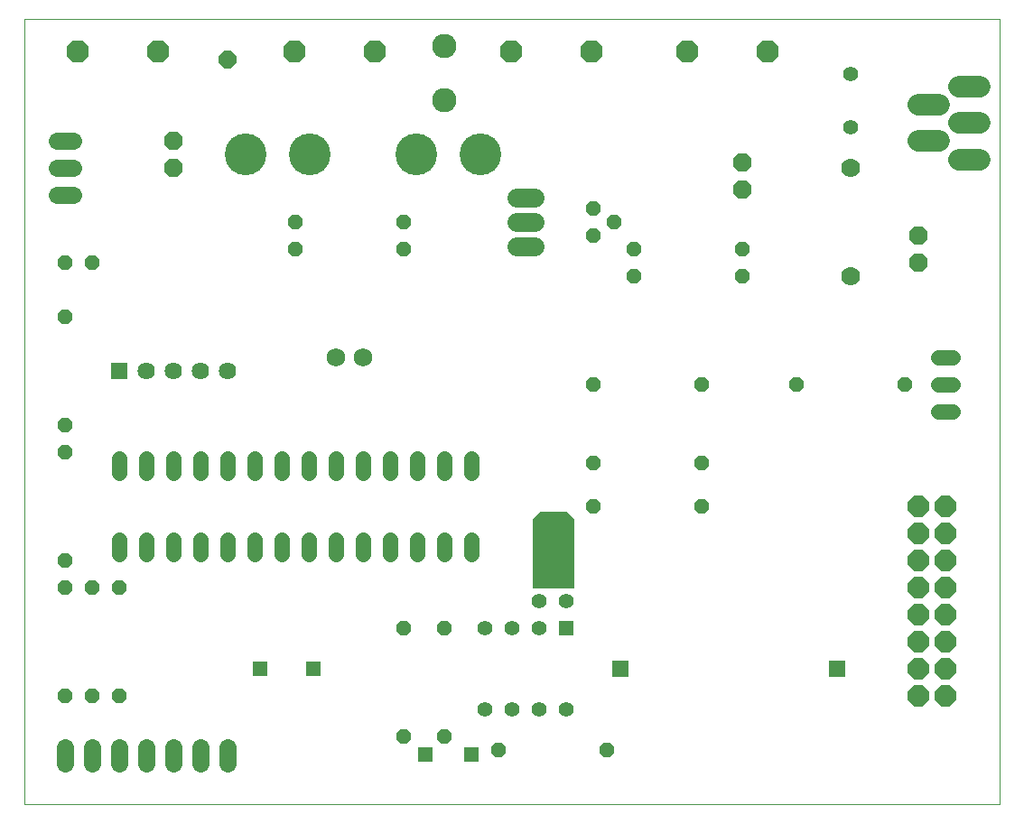
<source format=gts>
G75*
G70*
%OFA0B0*%
%FSLAX24Y24*%
%IPPOS*%
%LPD*%
%AMOC8*
5,1,8,0,0,1.08239X$1,22.5*
%
%ADD10C,0.0000*%
%ADD11C,0.0001*%
%ADD12C,0.0560*%
%ADD13OC8,0.0780*%
%ADD14C,0.0640*%
%ADD15OC8,0.0560*%
%ADD16C,0.0690*%
%ADD17R,0.0555X0.0555*%
%ADD18C,0.0555*%
%ADD19R,0.0634X0.0634*%
%ADD20OC8,0.0670*%
%ADD21R,0.0640X0.0640*%
%ADD22C,0.0640*%
%ADD23C,0.0700*%
%ADD24C,0.0900*%
%ADD25C,0.1540*%
%ADD26C,0.0690*%
%ADD27OC8,0.0808*%
%ADD28OC8,0.0640*%
%ADD29C,0.0790*%
D10*
X000101Y000101D02*
X000101Y029101D01*
X036101Y029101D01*
X036101Y000101D01*
X000101Y000101D01*
X018851Y008101D02*
X020351Y008101D01*
X020351Y010651D01*
X020101Y010901D01*
X019301Y010901D01*
X019151Y010901D01*
X018851Y010601D01*
X018851Y008101D01*
D11*
X020351Y008101D01*
X020351Y008102D02*
X018851Y008102D01*
X018851Y008103D02*
X020351Y008103D01*
X020351Y008104D02*
X018851Y008104D01*
X018851Y008105D02*
X020351Y008105D01*
X020351Y008106D02*
X018851Y008106D01*
X018851Y008107D02*
X020351Y008107D01*
X020351Y008108D02*
X018851Y008108D01*
X018851Y008109D02*
X020351Y008109D01*
X020351Y008110D02*
X018851Y008110D01*
X018851Y008111D02*
X020351Y008111D01*
X018851Y008111D01*
X018851Y008112D02*
X020351Y008112D01*
X020351Y008113D02*
X018851Y008113D01*
X018851Y008114D02*
X020351Y008114D01*
X020351Y008115D02*
X018851Y008115D01*
X018851Y008116D02*
X020351Y008116D01*
X020351Y008117D02*
X018851Y008117D01*
X018851Y008118D02*
X020351Y008118D01*
X020351Y008119D02*
X018851Y008119D01*
X018851Y008120D02*
X020351Y008120D01*
X020351Y008121D02*
X018851Y008121D01*
X018851Y008122D02*
X020351Y008122D01*
X020351Y008123D02*
X018851Y008123D01*
X018851Y008124D02*
X020351Y008124D01*
X020351Y008125D02*
X018851Y008125D01*
X018851Y008126D02*
X020351Y008126D01*
X020351Y008127D02*
X018851Y008127D01*
X018851Y008128D02*
X020351Y008128D01*
X020351Y008129D02*
X018851Y008129D01*
X020351Y008129D01*
X020351Y008130D02*
X018851Y008130D01*
X018851Y008131D02*
X020351Y008131D01*
X020351Y008132D02*
X018851Y008132D01*
X018851Y008133D02*
X020351Y008133D01*
X020351Y008134D02*
X018851Y008134D01*
X018851Y008135D02*
X020351Y008135D01*
X020351Y008136D02*
X018851Y008136D01*
X018851Y008137D02*
X020351Y008137D01*
X020351Y008138D02*
X018851Y008138D01*
X018851Y008139D02*
X020351Y008139D01*
X020351Y008140D02*
X018851Y008140D01*
X018851Y008141D02*
X020351Y008141D01*
X020351Y008142D02*
X018851Y008142D01*
X018851Y008143D02*
X020351Y008143D01*
X020351Y008144D02*
X018851Y008144D01*
X018851Y008145D02*
X020351Y008145D01*
X020351Y008146D02*
X018851Y008146D01*
X020351Y008146D01*
X020351Y008147D02*
X018851Y008147D01*
X018851Y008148D02*
X020351Y008148D01*
X020351Y008149D02*
X018851Y008149D01*
X018851Y008150D02*
X020351Y008150D01*
X020351Y008151D02*
X018851Y008151D01*
X018851Y008152D02*
X020351Y008152D01*
X020351Y008153D02*
X018851Y008153D01*
X018851Y008154D02*
X020351Y008154D01*
X020351Y008155D02*
X018851Y008155D01*
X018851Y008156D02*
X020351Y008156D01*
X020351Y008157D02*
X018851Y008157D01*
X018851Y008158D02*
X020351Y008158D01*
X020351Y008159D02*
X018851Y008159D01*
X018851Y008160D02*
X020351Y008160D01*
X020351Y008161D02*
X018851Y008161D01*
X018851Y008162D02*
X020351Y008162D01*
X020351Y008163D02*
X018851Y008163D01*
X020351Y008163D01*
X020351Y008164D02*
X018851Y008164D01*
X018851Y008165D02*
X020351Y008165D01*
X020351Y008166D02*
X018851Y008166D01*
X018851Y008167D02*
X020351Y008167D01*
X020351Y008168D02*
X018851Y008168D01*
X018851Y008169D02*
X020351Y008169D01*
X020351Y008170D02*
X018851Y008170D01*
X018851Y008171D02*
X020351Y008171D01*
X020351Y008172D02*
X018851Y008172D01*
X018851Y008173D02*
X020351Y008173D01*
X020351Y008174D02*
X018851Y008174D01*
X018851Y008175D02*
X020351Y008175D01*
X020351Y008176D02*
X018851Y008176D01*
X018851Y008177D02*
X020351Y008177D01*
X020351Y008178D02*
X018851Y008178D01*
X018851Y008179D02*
X020351Y008179D01*
X020351Y008180D02*
X018851Y008180D01*
X020351Y008180D01*
X020351Y008181D02*
X018851Y008181D01*
X018851Y008182D02*
X020351Y008182D01*
X020351Y008183D02*
X018851Y008183D01*
X018851Y008184D02*
X020351Y008184D01*
X020351Y008185D02*
X018851Y008185D01*
X018851Y008186D02*
X020351Y008186D01*
X020351Y008187D02*
X018851Y008187D01*
X018851Y008188D02*
X020351Y008188D01*
X020351Y008189D02*
X018851Y008189D01*
X018851Y008190D02*
X020351Y008190D01*
X020351Y008191D02*
X018851Y008191D01*
X018851Y008192D02*
X020351Y008192D01*
X020351Y008193D02*
X018851Y008193D01*
X018851Y008194D02*
X020351Y008194D01*
X020351Y008195D02*
X018851Y008195D01*
X018851Y008196D02*
X020351Y008196D01*
X020351Y008197D02*
X018851Y008197D01*
X020351Y008197D01*
X020351Y008198D02*
X018851Y008198D01*
X018851Y008199D02*
X020351Y008199D01*
X020351Y008200D02*
X018851Y008200D01*
X018851Y008201D02*
X020351Y008201D01*
X020351Y008202D02*
X018851Y008202D01*
X018851Y008203D02*
X020351Y008203D01*
X020351Y008204D02*
X018851Y008204D01*
X018851Y008205D02*
X020351Y008205D01*
X020351Y008206D02*
X018851Y008206D01*
X018851Y008207D02*
X020351Y008207D01*
X020351Y008208D02*
X018851Y008208D01*
X018851Y008209D02*
X020351Y008209D01*
X020351Y008210D02*
X018851Y008210D01*
X018851Y008211D02*
X020351Y008211D01*
X020351Y008212D02*
X018851Y008212D01*
X018851Y008213D02*
X020351Y008213D01*
X020351Y008214D02*
X018851Y008214D01*
X020351Y008214D01*
X020351Y008215D02*
X018851Y008215D01*
X018851Y008216D02*
X020351Y008216D01*
X020351Y008217D02*
X018851Y008217D01*
X018851Y008218D02*
X020351Y008218D01*
X020351Y008219D02*
X018851Y008219D01*
X018851Y008220D02*
X020351Y008220D01*
X020351Y008221D02*
X018851Y008221D01*
X018851Y008222D02*
X020351Y008222D01*
X020351Y008223D02*
X018851Y008223D01*
X018851Y008224D02*
X020351Y008224D01*
X020351Y008225D02*
X018851Y008225D01*
X018851Y008226D02*
X020351Y008226D01*
X020351Y008227D02*
X018851Y008227D01*
X018851Y008228D02*
X020351Y008228D01*
X020351Y008229D02*
X018851Y008229D01*
X018851Y008230D02*
X020351Y008230D01*
X020351Y008231D02*
X018851Y008231D01*
X020351Y008231D01*
X020351Y008232D02*
X018851Y008232D01*
X018851Y008233D02*
X020351Y008233D01*
X020351Y008234D02*
X018851Y008234D01*
X018851Y008235D02*
X020351Y008235D01*
X020351Y008236D02*
X018851Y008236D01*
X018851Y008237D02*
X020351Y008237D01*
X020351Y008238D02*
X018851Y008238D01*
X018851Y008239D02*
X020351Y008239D01*
X020351Y008240D02*
X018851Y008240D01*
X018851Y008241D02*
X020351Y008241D01*
X020351Y008242D02*
X018851Y008242D01*
X018851Y008243D02*
X020351Y008243D01*
X020351Y008244D02*
X018851Y008244D01*
X018851Y008245D02*
X020351Y008245D01*
X020351Y008246D02*
X018851Y008246D01*
X018851Y008247D02*
X020351Y008247D01*
X020351Y008248D02*
X018851Y008248D01*
X018851Y008249D02*
X020351Y008249D01*
X018851Y008249D01*
X018851Y008250D02*
X020351Y008250D01*
X020351Y008251D02*
X018851Y008251D01*
X018851Y008252D02*
X020351Y008252D01*
X020351Y008253D02*
X018851Y008253D01*
X018851Y008254D02*
X020351Y008254D01*
X020351Y008255D02*
X018851Y008255D01*
X018851Y008256D02*
X020351Y008256D01*
X020351Y008257D02*
X018851Y008257D01*
X018851Y008258D02*
X020351Y008258D01*
X020351Y008259D02*
X018851Y008259D01*
X018851Y008260D02*
X020351Y008260D01*
X020351Y008261D02*
X018851Y008261D01*
X018851Y008262D02*
X020351Y008262D01*
X020351Y008263D02*
X018851Y008263D01*
X018851Y008264D02*
X020351Y008264D01*
X020351Y008265D02*
X018851Y008265D01*
X018851Y008266D02*
X020351Y008266D01*
X018851Y008266D01*
X018851Y008267D02*
X020351Y008267D01*
X020351Y008268D02*
X018851Y008268D01*
X018851Y008269D02*
X020351Y008269D01*
X020351Y008270D02*
X018851Y008270D01*
X018851Y008271D02*
X020351Y008271D01*
X020351Y008272D02*
X018851Y008272D01*
X018851Y008273D02*
X020351Y008273D01*
X020351Y008274D02*
X018851Y008274D01*
X018851Y008275D02*
X020351Y008275D01*
X020351Y008276D02*
X018851Y008276D01*
X018851Y008277D02*
X020351Y008277D01*
X020351Y008278D02*
X018851Y008278D01*
X018851Y008279D02*
X020351Y008279D01*
X020351Y008280D02*
X018851Y008280D01*
X018851Y008281D02*
X020351Y008281D01*
X020351Y008282D02*
X018851Y008282D01*
X018851Y008283D02*
X020351Y008283D01*
X018851Y008283D01*
X018851Y008284D02*
X020351Y008284D01*
X020351Y008285D02*
X018851Y008285D01*
X018851Y008286D02*
X020351Y008286D01*
X020351Y008287D02*
X018851Y008287D01*
X018851Y008288D02*
X020351Y008288D01*
X020351Y008289D02*
X018851Y008289D01*
X018851Y008290D02*
X020351Y008290D01*
X020351Y008291D02*
X018851Y008291D01*
X018851Y008292D02*
X020351Y008292D01*
X020351Y008293D02*
X018851Y008293D01*
X018851Y008294D02*
X020351Y008294D01*
X020351Y008295D02*
X018851Y008295D01*
X018851Y008296D02*
X020351Y008296D01*
X020351Y008297D02*
X018851Y008297D01*
X018851Y008298D02*
X020351Y008298D01*
X020351Y008299D02*
X018851Y008299D01*
X018851Y008300D02*
X020351Y008300D01*
X018851Y008300D01*
X018851Y008301D02*
X020351Y008301D01*
X020351Y008302D02*
X018851Y008302D01*
X018851Y008303D02*
X020351Y008303D01*
X020351Y008304D02*
X018851Y008304D01*
X018851Y008305D02*
X020351Y008305D01*
X020351Y008306D02*
X018851Y008306D01*
X018851Y008307D02*
X020351Y008307D01*
X020351Y008308D02*
X018851Y008308D01*
X018851Y008309D02*
X020351Y008309D01*
X020351Y008310D02*
X018851Y008310D01*
X018851Y008311D02*
X020351Y008311D01*
X020351Y008312D02*
X018851Y008312D01*
X018851Y008313D02*
X020351Y008313D01*
X020351Y008314D02*
X018851Y008314D01*
X018851Y008315D02*
X020351Y008315D01*
X020351Y008316D02*
X018851Y008316D01*
X018851Y008317D02*
X020351Y008317D01*
X018851Y008317D01*
X018851Y008318D02*
X020351Y008318D01*
X020351Y008319D02*
X018851Y008319D01*
X018851Y008320D02*
X020351Y008320D01*
X020351Y008321D02*
X018851Y008321D01*
X018851Y008322D02*
X020351Y008322D01*
X020351Y008323D02*
X018851Y008323D01*
X018851Y008324D02*
X020351Y008324D01*
X020351Y008325D02*
X018851Y008325D01*
X018851Y008326D02*
X020351Y008326D01*
X020351Y008327D02*
X018851Y008327D01*
X018851Y008328D02*
X020351Y008328D01*
X020351Y008329D02*
X018851Y008329D01*
X018851Y008330D02*
X020351Y008330D01*
X020351Y008331D02*
X018851Y008331D01*
X018851Y008332D02*
X020351Y008332D01*
X020351Y008333D02*
X018851Y008333D01*
X018851Y008334D02*
X020351Y008334D01*
X018851Y008334D01*
X018851Y008335D02*
X020351Y008335D01*
X020351Y008336D02*
X018851Y008336D01*
X018851Y008337D02*
X020351Y008337D01*
X020351Y008338D02*
X018851Y008338D01*
X018851Y008339D02*
X020351Y008339D01*
X020351Y008340D02*
X018851Y008340D01*
X018851Y008341D02*
X020351Y008341D01*
X020351Y008342D02*
X018851Y008342D01*
X018851Y008343D02*
X020351Y008343D01*
X020351Y008344D02*
X018851Y008344D01*
X018851Y008345D02*
X020351Y008345D01*
X020351Y008346D02*
X018851Y008346D01*
X018851Y008347D02*
X020351Y008347D01*
X020351Y008348D02*
X018851Y008348D01*
X018851Y008349D02*
X020351Y008349D01*
X020351Y008350D02*
X018851Y008350D01*
X018851Y008351D02*
X020351Y008351D01*
X018851Y008351D01*
X018851Y008352D02*
X020351Y008352D01*
X020351Y008353D02*
X018851Y008353D01*
X018851Y008354D02*
X020351Y008354D01*
X020351Y008355D02*
X018851Y008355D01*
X018851Y008356D02*
X020351Y008356D01*
X020351Y008357D02*
X018851Y008357D01*
X018851Y008358D02*
X020351Y008358D01*
X020351Y008359D02*
X018851Y008359D01*
X018851Y008360D02*
X020351Y008360D01*
X020351Y008361D02*
X018851Y008361D01*
X018851Y008362D02*
X020351Y008362D01*
X020351Y008363D02*
X018851Y008363D01*
X018851Y008364D02*
X020351Y008364D01*
X020351Y008365D02*
X018851Y008365D01*
X018851Y008366D02*
X020351Y008366D01*
X020351Y008367D02*
X018851Y008367D01*
X018851Y008368D02*
X020351Y008368D01*
X020351Y008369D02*
X018851Y008369D01*
X020351Y008369D01*
X020351Y008370D02*
X018851Y008370D01*
X018851Y008371D02*
X020351Y008371D01*
X020351Y008372D02*
X018851Y008372D01*
X018851Y008373D02*
X020351Y008373D01*
X020351Y008374D02*
X018851Y008374D01*
X018851Y008375D02*
X020351Y008375D01*
X020351Y008376D02*
X018851Y008376D01*
X018851Y008377D02*
X020351Y008377D01*
X020351Y008378D02*
X018851Y008378D01*
X018851Y008379D02*
X020351Y008379D01*
X020351Y008380D02*
X018851Y008380D01*
X018851Y008381D02*
X020351Y008381D01*
X020351Y008382D02*
X018851Y008382D01*
X018851Y008383D02*
X020351Y008383D01*
X020351Y008384D02*
X018851Y008384D01*
X018851Y008385D02*
X020351Y008385D01*
X020351Y008386D02*
X018851Y008386D01*
X020351Y008386D01*
X020351Y008387D02*
X018851Y008387D01*
X018851Y008388D02*
X020351Y008388D01*
X020351Y008389D02*
X018851Y008389D01*
X018851Y008390D02*
X020351Y008390D01*
X020351Y008391D02*
X018851Y008391D01*
X018851Y008392D02*
X020351Y008392D01*
X020351Y008393D02*
X018851Y008393D01*
X018851Y008394D02*
X020351Y008394D01*
X020351Y008395D02*
X018851Y008395D01*
X018851Y008396D02*
X020351Y008396D01*
X020351Y008397D02*
X018851Y008397D01*
X018851Y008398D02*
X020351Y008398D01*
X020351Y008399D02*
X018851Y008399D01*
X018851Y008400D02*
X020351Y008400D01*
X020351Y008401D02*
X018851Y008401D01*
X018851Y008402D02*
X020351Y008402D01*
X020351Y008403D02*
X018851Y008403D01*
X020351Y008403D01*
X020351Y008404D02*
X018851Y008404D01*
X018851Y008405D02*
X020351Y008405D01*
X020351Y008406D02*
X018851Y008406D01*
X018851Y008407D02*
X020351Y008407D01*
X020351Y008408D02*
X018851Y008408D01*
X018851Y008409D02*
X020351Y008409D01*
X020351Y008410D02*
X018851Y008410D01*
X018851Y008411D02*
X020351Y008411D01*
X020351Y008412D02*
X018851Y008412D01*
X018851Y008413D02*
X020351Y008413D01*
X020351Y008414D02*
X018851Y008414D01*
X018851Y008415D02*
X020351Y008415D01*
X020351Y008416D02*
X018851Y008416D01*
X018851Y008417D02*
X020351Y008417D01*
X020351Y008418D02*
X018851Y008418D01*
X018851Y008419D02*
X020351Y008419D01*
X020351Y008420D02*
X018851Y008420D01*
X020351Y008420D01*
X020351Y008421D02*
X018851Y008421D01*
X018851Y008422D02*
X020351Y008422D01*
X020351Y008423D02*
X018851Y008423D01*
X018851Y008424D02*
X020351Y008424D01*
X020351Y008425D02*
X018851Y008425D01*
X018851Y008426D02*
X020351Y008426D01*
X020351Y008427D02*
X018851Y008427D01*
X018851Y008428D02*
X020351Y008428D01*
X020351Y008429D02*
X018851Y008429D01*
X018851Y008430D02*
X020351Y008430D01*
X020351Y008431D02*
X018851Y008431D01*
X018851Y008432D02*
X020351Y008432D01*
X020351Y008433D02*
X018851Y008433D01*
X018851Y008434D02*
X020351Y008434D01*
X020351Y008435D02*
X018851Y008435D01*
X018851Y008436D02*
X020351Y008436D01*
X020351Y008437D02*
X018851Y008437D01*
X020351Y008437D01*
X020351Y008438D02*
X018851Y008438D01*
X018851Y008439D02*
X020351Y008439D01*
X020351Y008440D02*
X018851Y008440D01*
X018851Y008441D02*
X020351Y008441D01*
X020351Y008442D02*
X018851Y008442D01*
X018851Y008443D02*
X020351Y008443D01*
X020351Y008444D02*
X018851Y008444D01*
X018851Y008445D02*
X020351Y008445D01*
X020351Y008446D02*
X018851Y008446D01*
X018851Y008447D02*
X020351Y008447D01*
X020351Y008448D02*
X018851Y008448D01*
X018851Y008449D02*
X020351Y008449D01*
X020351Y008450D02*
X018851Y008450D01*
X018851Y008451D02*
X020351Y008451D01*
X020351Y008452D02*
X018851Y008452D01*
X018851Y008453D02*
X020351Y008453D01*
X020351Y008454D02*
X018851Y008454D01*
X020351Y008454D01*
X020351Y008455D02*
X018851Y008455D01*
X018851Y008456D02*
X020351Y008456D01*
X020351Y008457D02*
X018851Y008457D01*
X018851Y008458D02*
X020351Y008458D01*
X020351Y008459D02*
X018851Y008459D01*
X018851Y008460D02*
X020351Y008460D01*
X020351Y008461D02*
X018851Y008461D01*
X018851Y008462D02*
X020351Y008462D01*
X020351Y008463D02*
X018851Y008463D01*
X018851Y008464D02*
X020351Y008464D01*
X020351Y008465D02*
X018851Y008465D01*
X018851Y008466D02*
X020351Y008466D01*
X020351Y008467D02*
X018851Y008467D01*
X018851Y008468D02*
X020351Y008468D01*
X020351Y008469D02*
X018851Y008469D01*
X018851Y008470D02*
X020351Y008470D01*
X020351Y008471D02*
X018851Y008471D01*
X020351Y008471D01*
X020351Y008472D02*
X018851Y008472D01*
X018851Y008473D02*
X020351Y008473D01*
X020351Y008474D02*
X018851Y008474D01*
X018851Y008475D02*
X020351Y008475D01*
X020351Y008476D02*
X018851Y008476D01*
X018851Y008477D02*
X020351Y008477D01*
X020351Y008478D02*
X018851Y008478D01*
X018851Y008479D02*
X020351Y008479D01*
X020351Y008480D02*
X018851Y008480D01*
X018851Y008481D02*
X020351Y008481D01*
X020351Y008482D02*
X018851Y008482D01*
X018851Y008483D02*
X020351Y008483D01*
X020351Y008484D02*
X018851Y008484D01*
X018851Y008485D02*
X020351Y008485D01*
X020351Y008486D02*
X018851Y008486D01*
X018851Y008487D02*
X020351Y008487D01*
X020351Y008488D02*
X018851Y008488D01*
X018851Y008489D02*
X020351Y008489D01*
X018851Y008489D01*
X018851Y008490D02*
X020351Y008490D01*
X020351Y008491D02*
X018851Y008491D01*
X018851Y008492D02*
X020351Y008492D01*
X020351Y008493D02*
X018851Y008493D01*
X018851Y008494D02*
X020351Y008494D01*
X020351Y008495D02*
X018851Y008495D01*
X018851Y008496D02*
X020351Y008496D01*
X020351Y008497D02*
X018851Y008497D01*
X018851Y008498D02*
X020351Y008498D01*
X020351Y008499D02*
X018851Y008499D01*
X018851Y008500D02*
X020351Y008500D01*
X020351Y008501D02*
X018851Y008501D01*
X018851Y008502D02*
X020351Y008502D01*
X020351Y008503D02*
X018851Y008503D01*
X018851Y008504D02*
X020351Y008504D01*
X020351Y008505D02*
X018851Y008505D01*
X018851Y008506D02*
X020351Y008506D01*
X018851Y008506D01*
X018851Y008507D02*
X020351Y008507D01*
X020351Y008508D02*
X018851Y008508D01*
X018851Y008509D02*
X020351Y008509D01*
X020351Y008510D02*
X018851Y008510D01*
X018851Y008511D02*
X020351Y008511D01*
X020351Y008512D02*
X018851Y008512D01*
X018851Y008513D02*
X020351Y008513D01*
X020351Y008514D02*
X018851Y008514D01*
X018851Y008515D02*
X020351Y008515D01*
X020351Y008516D02*
X018851Y008516D01*
X018851Y008517D02*
X020351Y008517D01*
X020351Y008518D02*
X018851Y008518D01*
X018851Y008519D02*
X020351Y008519D01*
X020351Y008520D02*
X018851Y008520D01*
X018851Y008521D02*
X020351Y008521D01*
X020351Y008522D02*
X018851Y008522D01*
X018851Y008523D02*
X020351Y008523D01*
X018851Y008523D01*
X018851Y008524D02*
X020351Y008524D01*
X020351Y008525D02*
X018851Y008525D01*
X018851Y008526D02*
X020351Y008526D01*
X020351Y008527D02*
X018851Y008527D01*
X018851Y008528D02*
X020351Y008528D01*
X020351Y008529D02*
X018851Y008529D01*
X018851Y008530D02*
X020351Y008530D01*
X020351Y008531D02*
X018851Y008531D01*
X018851Y008532D02*
X020351Y008532D01*
X020351Y008533D02*
X018851Y008533D01*
X018851Y008534D02*
X020351Y008534D01*
X020351Y008535D02*
X018851Y008535D01*
X018851Y008536D02*
X020351Y008536D01*
X020351Y008537D02*
X018851Y008537D01*
X018851Y008538D02*
X020351Y008538D01*
X020351Y008539D02*
X018851Y008539D01*
X018851Y008540D02*
X020351Y008540D01*
X018851Y008540D01*
X018851Y008541D02*
X020351Y008541D01*
X020351Y008542D02*
X018851Y008542D01*
X018851Y008543D02*
X020351Y008543D01*
X020351Y008544D02*
X018851Y008544D01*
X018851Y008545D02*
X020351Y008545D01*
X020351Y008546D02*
X018851Y008546D01*
X018851Y008547D02*
X020351Y008547D01*
X020351Y008548D02*
X018851Y008548D01*
X018851Y008549D02*
X020351Y008549D01*
X020351Y008550D02*
X018851Y008550D01*
X018851Y008551D02*
X020351Y008551D01*
X020351Y008552D02*
X018851Y008552D01*
X018851Y008553D02*
X020351Y008553D01*
X020351Y008554D02*
X018851Y008554D01*
X018851Y008555D02*
X020351Y008555D01*
X020351Y008556D02*
X018851Y008556D01*
X018851Y008557D02*
X020351Y008557D01*
X018851Y008557D01*
X018851Y008558D02*
X020351Y008558D01*
X020351Y008559D02*
X018851Y008559D01*
X018851Y008560D02*
X020351Y008560D01*
X020351Y008561D02*
X018851Y008561D01*
X018851Y008562D02*
X020351Y008562D01*
X020351Y008563D02*
X018851Y008563D01*
X018851Y008564D02*
X020351Y008564D01*
X020351Y008565D02*
X018851Y008565D01*
X018851Y008566D02*
X020351Y008566D01*
X020351Y008567D02*
X018851Y008567D01*
X018851Y008568D02*
X020351Y008568D01*
X020351Y008569D02*
X018851Y008569D01*
X018851Y008570D02*
X020351Y008570D01*
X020351Y008571D02*
X018851Y008571D01*
X018851Y008572D02*
X020351Y008572D01*
X020351Y008573D02*
X018851Y008573D01*
X018851Y008574D02*
X020351Y008574D01*
X018851Y008574D01*
X018851Y008575D02*
X020351Y008575D01*
X020351Y008576D02*
X018851Y008576D01*
X018851Y008577D02*
X020351Y008577D01*
X020351Y008578D02*
X018851Y008578D01*
X018851Y008579D02*
X020351Y008579D01*
X020351Y008580D02*
X018851Y008580D01*
X018851Y008581D02*
X020351Y008581D01*
X020351Y008582D02*
X018851Y008582D01*
X018851Y008583D02*
X020351Y008583D01*
X020351Y008584D02*
X018851Y008584D01*
X018851Y008585D02*
X020351Y008585D01*
X020351Y008586D02*
X018851Y008586D01*
X018851Y008587D02*
X020351Y008587D01*
X020351Y008588D02*
X018851Y008588D01*
X018851Y008589D02*
X020351Y008589D01*
X020351Y008590D02*
X018851Y008590D01*
X018851Y008591D02*
X020351Y008591D01*
X018851Y008591D01*
X018851Y008592D02*
X020351Y008592D01*
X020351Y008593D02*
X018851Y008593D01*
X018851Y008594D02*
X020351Y008594D01*
X020351Y008595D02*
X018851Y008595D01*
X018851Y008596D02*
X020351Y008596D01*
X020351Y008597D02*
X018851Y008597D01*
X018851Y008598D02*
X020351Y008598D01*
X020351Y008599D02*
X018851Y008599D01*
X018851Y008600D02*
X020351Y008600D01*
X020351Y008601D02*
X018851Y008601D01*
X018851Y008602D02*
X020351Y008602D01*
X020351Y008603D02*
X018851Y008603D01*
X018851Y008604D02*
X020351Y008604D01*
X020351Y008605D02*
X018851Y008605D01*
X018851Y008606D02*
X020351Y008606D01*
X020351Y008607D02*
X018851Y008607D01*
X018851Y008608D02*
X020351Y008608D01*
X020351Y008609D02*
X018851Y008609D01*
X020351Y008609D01*
X020351Y008610D02*
X018851Y008610D01*
X018851Y008611D02*
X020351Y008611D01*
X020351Y008612D02*
X018851Y008612D01*
X018851Y008613D02*
X020351Y008613D01*
X020351Y008614D02*
X018851Y008614D01*
X018851Y008615D02*
X020351Y008615D01*
X020351Y008616D02*
X018851Y008616D01*
X018851Y008617D02*
X020351Y008617D01*
X020351Y008618D02*
X018851Y008618D01*
X018851Y008619D02*
X020351Y008619D01*
X020351Y008620D02*
X018851Y008620D01*
X018851Y008621D02*
X020351Y008621D01*
X020351Y008622D02*
X018851Y008622D01*
X018851Y008623D02*
X020351Y008623D01*
X020351Y008624D02*
X018851Y008624D01*
X018851Y008625D02*
X020351Y008625D01*
X020351Y008626D02*
X018851Y008626D01*
X020351Y008626D01*
X020351Y008627D02*
X018851Y008627D01*
X018851Y008628D02*
X020351Y008628D01*
X020351Y008629D02*
X018851Y008629D01*
X018851Y008630D02*
X020351Y008630D01*
X020351Y008631D02*
X018851Y008631D01*
X018851Y008632D02*
X020351Y008632D01*
X020351Y008633D02*
X018851Y008633D01*
X018851Y008634D02*
X020351Y008634D01*
X020351Y008635D02*
X018851Y008635D01*
X018851Y008636D02*
X020351Y008636D01*
X020351Y008637D02*
X018851Y008637D01*
X018851Y008638D02*
X020351Y008638D01*
X020351Y008639D02*
X018851Y008639D01*
X018851Y008640D02*
X020351Y008640D01*
X020351Y008641D02*
X018851Y008641D01*
X018851Y008642D02*
X020351Y008642D01*
X020351Y008643D02*
X018851Y008643D01*
X020351Y008643D01*
X020351Y008644D02*
X018851Y008644D01*
X018851Y008645D02*
X020351Y008645D01*
X020351Y008646D02*
X018851Y008646D01*
X018851Y008647D02*
X020351Y008647D01*
X020351Y008648D02*
X018851Y008648D01*
X018851Y008649D02*
X020351Y008649D01*
X020351Y008650D02*
X018851Y008650D01*
X018851Y008651D02*
X020351Y008651D01*
X020351Y008652D02*
X018851Y008652D01*
X018851Y008653D02*
X020351Y008653D01*
X020351Y008654D02*
X018851Y008654D01*
X018851Y008655D02*
X020351Y008655D01*
X020351Y008656D02*
X018851Y008656D01*
X018851Y008657D02*
X020351Y008657D01*
X020351Y008658D02*
X018851Y008658D01*
X018851Y008659D02*
X020351Y008659D01*
X020351Y008660D02*
X018851Y008660D01*
X020351Y008660D01*
X020351Y008661D02*
X018851Y008661D01*
X018851Y008662D02*
X020351Y008662D01*
X020351Y008663D02*
X018851Y008663D01*
X018851Y008664D02*
X020351Y008664D01*
X020351Y008665D02*
X018851Y008665D01*
X018851Y008666D02*
X020351Y008666D01*
X020351Y008667D02*
X018851Y008667D01*
X018851Y008668D02*
X020351Y008668D01*
X020351Y008669D02*
X018851Y008669D01*
X018851Y008670D02*
X020351Y008670D01*
X020351Y008671D02*
X018851Y008671D01*
X018851Y008672D02*
X020351Y008672D01*
X020351Y008673D02*
X018851Y008673D01*
X018851Y008674D02*
X020351Y008674D01*
X020351Y008675D02*
X018851Y008675D01*
X018851Y008676D02*
X020351Y008676D01*
X020351Y008677D02*
X018851Y008677D01*
X020351Y008677D01*
X020351Y008678D02*
X018851Y008678D01*
X018851Y008679D02*
X020351Y008679D01*
X020351Y008680D02*
X018851Y008680D01*
X018851Y008681D02*
X020351Y008681D01*
X020351Y008682D02*
X018851Y008682D01*
X018851Y008683D02*
X020351Y008683D01*
X020351Y008684D02*
X018851Y008684D01*
X018851Y008685D02*
X020351Y008685D01*
X020351Y008686D02*
X018851Y008686D01*
X018851Y008687D02*
X020351Y008687D01*
X020351Y008688D02*
X018851Y008688D01*
X018851Y008689D02*
X020351Y008689D01*
X020351Y008690D02*
X018851Y008690D01*
X018851Y008691D02*
X020351Y008691D01*
X020351Y008692D02*
X018851Y008692D01*
X018851Y008693D02*
X020351Y008693D01*
X020351Y008694D02*
X018851Y008694D01*
X020351Y008694D01*
X020351Y008695D02*
X018851Y008695D01*
X018851Y008696D02*
X020351Y008696D01*
X020351Y008697D02*
X018851Y008697D01*
X018851Y008698D02*
X020351Y008698D01*
X020351Y008699D02*
X018851Y008699D01*
X018851Y008700D02*
X020351Y008700D01*
X020351Y008701D02*
X018851Y008701D01*
X018851Y008702D02*
X020351Y008702D01*
X020351Y008703D02*
X018851Y008703D01*
X018851Y008704D02*
X020351Y008704D01*
X020351Y008705D02*
X018851Y008705D01*
X018851Y008706D02*
X020351Y008706D01*
X020351Y008707D02*
X018851Y008707D01*
X018851Y008708D02*
X020351Y008708D01*
X020351Y008709D02*
X018851Y008709D01*
X018851Y008710D02*
X020351Y008710D01*
X020351Y008711D02*
X018851Y008711D01*
X020351Y008711D01*
X020351Y008712D02*
X018851Y008712D01*
X018851Y008713D02*
X020351Y008713D01*
X020351Y008714D02*
X018851Y008714D01*
X018851Y008715D02*
X020351Y008715D01*
X020351Y008716D02*
X018851Y008716D01*
X018851Y008717D02*
X020351Y008717D01*
X020351Y008718D02*
X018851Y008718D01*
X018851Y008719D02*
X020351Y008719D01*
X020351Y008720D02*
X018851Y008720D01*
X018851Y008721D02*
X020351Y008721D01*
X020351Y008722D02*
X018851Y008722D01*
X018851Y008723D02*
X020351Y008723D01*
X020351Y008724D02*
X018851Y008724D01*
X018851Y008725D02*
X020351Y008725D01*
X020351Y008726D02*
X018851Y008726D01*
X018851Y008727D02*
X020351Y008727D01*
X020351Y008728D02*
X018851Y008728D01*
X018851Y008729D02*
X020351Y008729D01*
X018851Y008729D01*
X018851Y008730D02*
X020351Y008730D01*
X020351Y008731D02*
X018851Y008731D01*
X018851Y008732D02*
X020351Y008732D01*
X020351Y008733D02*
X018851Y008733D01*
X018851Y008734D02*
X020351Y008734D01*
X020351Y008735D02*
X018851Y008735D01*
X018851Y008736D02*
X020351Y008736D01*
X020351Y008737D02*
X018851Y008737D01*
X018851Y008738D02*
X020351Y008738D01*
X020351Y008739D02*
X018851Y008739D01*
X018851Y008740D02*
X020351Y008740D01*
X020351Y008741D02*
X018851Y008741D01*
X018851Y008742D02*
X020351Y008742D01*
X020351Y008743D02*
X018851Y008743D01*
X018851Y008744D02*
X020351Y008744D01*
X020351Y008745D02*
X018851Y008745D01*
X018851Y008746D02*
X020351Y008746D01*
X018851Y008746D01*
X018851Y008747D02*
X020351Y008747D01*
X020351Y008748D02*
X018851Y008748D01*
X018851Y008749D02*
X020351Y008749D01*
X020351Y008750D02*
X018851Y008750D01*
X018851Y008751D02*
X020351Y008751D01*
X020351Y008752D02*
X018851Y008752D01*
X018851Y008753D02*
X020351Y008753D01*
X020351Y008754D02*
X018851Y008754D01*
X018851Y008755D02*
X020351Y008755D01*
X020351Y008756D02*
X018851Y008756D01*
X018851Y008757D02*
X020351Y008757D01*
X020351Y008758D02*
X018851Y008758D01*
X018851Y008759D02*
X020351Y008759D01*
X020351Y008760D02*
X018851Y008760D01*
X018851Y008761D02*
X020351Y008761D01*
X020351Y008762D02*
X018851Y008762D01*
X018851Y008763D02*
X020351Y008763D01*
X018851Y008763D01*
X018851Y008764D02*
X020351Y008764D01*
X020351Y008765D02*
X018851Y008765D01*
X018851Y008766D02*
X020351Y008766D01*
X020351Y008767D02*
X018851Y008767D01*
X018851Y008768D02*
X020351Y008768D01*
X020351Y008769D02*
X018851Y008769D01*
X018851Y008770D02*
X020351Y008770D01*
X020351Y008771D02*
X018851Y008771D01*
X018851Y008772D02*
X020351Y008772D01*
X020351Y008773D02*
X018851Y008773D01*
X018851Y008774D02*
X020351Y008774D01*
X020351Y008775D02*
X018851Y008775D01*
X018851Y008776D02*
X020351Y008776D01*
X020351Y008777D02*
X018851Y008777D01*
X018851Y008778D02*
X020351Y008778D01*
X020351Y008779D02*
X018851Y008779D01*
X018851Y008780D02*
X020351Y008780D01*
X018851Y008780D01*
X018851Y008781D02*
X020351Y008781D01*
X020351Y008782D02*
X018851Y008782D01*
X018851Y008783D02*
X020351Y008783D01*
X020351Y008784D02*
X018851Y008784D01*
X018851Y008785D02*
X020351Y008785D01*
X020351Y008786D02*
X018851Y008786D01*
X018851Y008787D02*
X020351Y008787D01*
X020351Y008788D02*
X018851Y008788D01*
X018851Y008789D02*
X020351Y008789D01*
X020351Y008790D02*
X018851Y008790D01*
X018851Y008791D02*
X020351Y008791D01*
X020351Y008792D02*
X018851Y008792D01*
X018851Y008793D02*
X020351Y008793D01*
X020351Y008794D02*
X018851Y008794D01*
X018851Y008795D02*
X020351Y008795D01*
X020351Y008796D02*
X018851Y008796D01*
X018851Y008797D02*
X020351Y008797D01*
X018851Y008797D01*
X018851Y008798D02*
X020351Y008798D01*
X020351Y008799D02*
X018851Y008799D01*
X018851Y008800D02*
X020351Y008800D01*
X020351Y008801D02*
X018851Y008801D01*
X018851Y008802D02*
X020351Y008802D01*
X020351Y008803D02*
X018851Y008803D01*
X018851Y008804D02*
X020351Y008804D01*
X020351Y008805D02*
X018851Y008805D01*
X018851Y008806D02*
X020351Y008806D01*
X020351Y008807D02*
X018851Y008807D01*
X018851Y008808D02*
X020351Y008808D01*
X020351Y008809D02*
X018851Y008809D01*
X018851Y008810D02*
X020351Y008810D01*
X020351Y008811D02*
X018851Y008811D01*
X018851Y008812D02*
X020351Y008812D01*
X020351Y008813D02*
X018851Y008813D01*
X018851Y008814D02*
X020351Y008814D01*
X018851Y008814D01*
X018851Y008815D02*
X020351Y008815D01*
X020351Y008816D02*
X018851Y008816D01*
X018851Y008817D02*
X020351Y008817D01*
X020351Y008818D02*
X018851Y008818D01*
X018851Y008819D02*
X020351Y008819D01*
X020351Y008820D02*
X018851Y008820D01*
X018851Y008821D02*
X020351Y008821D01*
X020351Y008822D02*
X018851Y008822D01*
X018851Y008823D02*
X020351Y008823D01*
X020351Y008824D02*
X018851Y008824D01*
X018851Y008825D02*
X020351Y008825D01*
X020351Y008826D02*
X018851Y008826D01*
X018851Y008827D02*
X020351Y008827D01*
X020351Y008828D02*
X018851Y008828D01*
X018851Y008829D02*
X020351Y008829D01*
X020351Y008830D02*
X018851Y008830D01*
X018851Y008831D02*
X020351Y008831D01*
X018851Y008831D01*
X018851Y008832D02*
X020351Y008832D01*
X020351Y008833D02*
X018851Y008833D01*
X018851Y008834D02*
X020351Y008834D01*
X020351Y008835D02*
X018851Y008835D01*
X018851Y008836D02*
X020351Y008836D01*
X020351Y008837D02*
X018851Y008837D01*
X018851Y008838D02*
X020351Y008838D01*
X020351Y008839D02*
X018851Y008839D01*
X018851Y008840D02*
X020351Y008840D01*
X020351Y008841D02*
X018851Y008841D01*
X018851Y008842D02*
X020351Y008842D01*
X020351Y008843D02*
X018851Y008843D01*
X018851Y008844D02*
X020351Y008844D01*
X020351Y008845D02*
X018851Y008845D01*
X018851Y008846D02*
X020351Y008846D01*
X020351Y008847D02*
X018851Y008847D01*
X018851Y008848D02*
X020351Y008848D01*
X020351Y008849D02*
X018851Y008849D01*
X020351Y008849D01*
X020351Y008850D02*
X018851Y008850D01*
X018851Y008851D02*
X020351Y008851D01*
X020351Y008852D02*
X018851Y008852D01*
X018851Y008853D02*
X020351Y008853D01*
X020351Y008854D02*
X018851Y008854D01*
X018851Y008855D02*
X020351Y008855D01*
X020351Y008856D02*
X018851Y008856D01*
X018851Y008857D02*
X020351Y008857D01*
X020351Y008858D02*
X018851Y008858D01*
X018851Y008859D02*
X020351Y008859D01*
X020351Y008860D02*
X018851Y008860D01*
X018851Y008861D02*
X020351Y008861D01*
X020351Y008862D02*
X018851Y008862D01*
X018851Y008863D02*
X020351Y008863D01*
X020351Y008864D02*
X018851Y008864D01*
X018851Y008865D02*
X020351Y008865D01*
X020351Y008866D02*
X018851Y008866D01*
X020351Y008866D01*
X020351Y008867D02*
X018851Y008867D01*
X018851Y008868D02*
X020351Y008868D01*
X020351Y008869D02*
X018851Y008869D01*
X018851Y008870D02*
X020351Y008870D01*
X020351Y008871D02*
X018851Y008871D01*
X018851Y008872D02*
X020351Y008872D01*
X020351Y008873D02*
X018851Y008873D01*
X018851Y008874D02*
X020351Y008874D01*
X020351Y008875D02*
X018851Y008875D01*
X018851Y008876D02*
X020351Y008876D01*
X020351Y008877D02*
X018851Y008877D01*
X018851Y008878D02*
X020351Y008878D01*
X020351Y008879D02*
X018851Y008879D01*
X018851Y008880D02*
X020351Y008880D01*
X020351Y008881D02*
X018851Y008881D01*
X018851Y008882D02*
X020351Y008882D01*
X020351Y008883D02*
X018851Y008883D01*
X020351Y008883D01*
X020351Y008884D02*
X018851Y008884D01*
X018851Y008885D02*
X020351Y008885D01*
X020351Y008886D02*
X018851Y008886D01*
X018851Y008887D02*
X020351Y008887D01*
X020351Y008888D02*
X018851Y008888D01*
X018851Y008889D02*
X020351Y008889D01*
X020351Y008890D02*
X018851Y008890D01*
X018851Y008891D02*
X020351Y008891D01*
X020351Y008892D02*
X018851Y008892D01*
X018851Y008893D02*
X020351Y008893D01*
X020351Y008894D02*
X018851Y008894D01*
X018851Y008895D02*
X020351Y008895D01*
X020351Y008896D02*
X018851Y008896D01*
X018851Y008897D02*
X020351Y008897D01*
X020351Y008898D02*
X018851Y008898D01*
X018851Y008899D02*
X020351Y008899D01*
X020351Y008900D02*
X018851Y008900D01*
X020351Y008900D01*
X020351Y008901D02*
X018851Y008901D01*
X018851Y008902D02*
X020351Y008902D01*
X020351Y008903D02*
X018851Y008903D01*
X018851Y008904D02*
X020351Y008904D01*
X020351Y008905D02*
X018851Y008905D01*
X018851Y008906D02*
X020351Y008906D01*
X020351Y008907D02*
X018851Y008907D01*
X018851Y008908D02*
X020351Y008908D01*
X020351Y008909D02*
X018851Y008909D01*
X018851Y008910D02*
X020351Y008910D01*
X020351Y008911D02*
X018851Y008911D01*
X018851Y008912D02*
X020351Y008912D01*
X020351Y008913D02*
X018851Y008913D01*
X018851Y008914D02*
X020351Y008914D01*
X020351Y008915D02*
X018851Y008915D01*
X018851Y008916D02*
X020351Y008916D01*
X020351Y008917D02*
X018851Y008917D01*
X020351Y008917D01*
X020351Y008918D02*
X018851Y008918D01*
X018851Y008919D02*
X020351Y008919D01*
X020351Y008920D02*
X018851Y008920D01*
X018851Y008921D02*
X020351Y008921D01*
X020351Y008922D02*
X018851Y008922D01*
X018851Y008923D02*
X020351Y008923D01*
X020351Y008924D02*
X018851Y008924D01*
X018851Y008925D02*
X020351Y008925D01*
X020351Y008926D02*
X018851Y008926D01*
X018851Y008927D02*
X020351Y008927D01*
X020351Y008928D02*
X018851Y008928D01*
X018851Y008929D02*
X020351Y008929D01*
X020351Y008930D02*
X018851Y008930D01*
X018851Y008931D02*
X020351Y008931D01*
X020351Y008932D02*
X018851Y008932D01*
X018851Y008933D02*
X020351Y008933D01*
X020351Y008934D02*
X018851Y008934D01*
X020351Y008934D01*
X020351Y008935D02*
X018851Y008935D01*
X018851Y008936D02*
X020351Y008936D01*
X020351Y008937D02*
X018851Y008937D01*
X018851Y008938D02*
X020351Y008938D01*
X020351Y008939D02*
X018851Y008939D01*
X018851Y008940D02*
X020351Y008940D01*
X020351Y008941D02*
X018851Y008941D01*
X018851Y008942D02*
X020351Y008942D01*
X020351Y008943D02*
X018851Y008943D01*
X018851Y008944D02*
X020351Y008944D01*
X020351Y008945D02*
X018851Y008945D01*
X018851Y008946D02*
X020351Y008946D01*
X020351Y008947D02*
X018851Y008947D01*
X018851Y008948D02*
X020351Y008948D01*
X020351Y008949D02*
X018851Y008949D01*
X018851Y008950D02*
X020351Y008950D01*
X020351Y008951D02*
X018851Y008951D01*
X020351Y008951D01*
X020351Y008952D02*
X018851Y008952D01*
X018851Y008953D02*
X020351Y008953D01*
X020351Y008954D02*
X018851Y008954D01*
X018851Y008955D02*
X020351Y008955D01*
X020351Y008956D02*
X018851Y008956D01*
X018851Y008957D02*
X020351Y008957D01*
X020351Y008958D02*
X018851Y008958D01*
X018851Y008959D02*
X020351Y008959D01*
X020351Y008960D02*
X018851Y008960D01*
X018851Y008961D02*
X020351Y008961D01*
X020351Y008962D02*
X018851Y008962D01*
X018851Y008963D02*
X020351Y008963D01*
X020351Y008964D02*
X018851Y008964D01*
X018851Y008965D02*
X020351Y008965D01*
X020351Y008966D02*
X018851Y008966D01*
X018851Y008967D02*
X020351Y008967D01*
X020351Y008968D02*
X018851Y008968D01*
X018851Y008969D02*
X020351Y008969D01*
X018851Y008969D01*
X018851Y008970D02*
X020351Y008970D01*
X020351Y008971D02*
X018851Y008971D01*
X018851Y008972D02*
X020351Y008972D01*
X020351Y008973D02*
X018851Y008973D01*
X018851Y008974D02*
X020351Y008974D01*
X020351Y008975D02*
X018851Y008975D01*
X018851Y008976D02*
X020351Y008976D01*
X020351Y008977D02*
X018851Y008977D01*
X018851Y008978D02*
X020351Y008978D01*
X020351Y008979D02*
X018851Y008979D01*
X018851Y008980D02*
X020351Y008980D01*
X020351Y008981D02*
X018851Y008981D01*
X018851Y008982D02*
X020351Y008982D01*
X020351Y008983D02*
X018851Y008983D01*
X018851Y008984D02*
X020351Y008984D01*
X020351Y008985D02*
X018851Y008985D01*
X018851Y008986D02*
X020351Y008986D01*
X018851Y008986D01*
X018851Y008987D02*
X020351Y008987D01*
X020351Y008988D02*
X018851Y008988D01*
X018851Y008989D02*
X020351Y008989D01*
X020351Y008990D02*
X018851Y008990D01*
X018851Y008991D02*
X020351Y008991D01*
X020351Y008992D02*
X018851Y008992D01*
X018851Y008993D02*
X020351Y008993D01*
X020351Y008994D02*
X018851Y008994D01*
X018851Y008995D02*
X020351Y008995D01*
X020351Y008996D02*
X018851Y008996D01*
X018851Y008997D02*
X020351Y008997D01*
X020351Y008998D02*
X018851Y008998D01*
X018851Y008999D02*
X020351Y008999D01*
X020351Y009000D02*
X018851Y009000D01*
X018851Y009001D02*
X020351Y009001D01*
X020351Y009002D02*
X018851Y009002D01*
X018851Y009003D02*
X020351Y009003D01*
X018851Y009003D01*
X018851Y009004D02*
X020351Y009004D01*
X020351Y009005D02*
X018851Y009005D01*
X018851Y009006D02*
X020351Y009006D01*
X020351Y009007D02*
X018851Y009007D01*
X018851Y009008D02*
X020351Y009008D01*
X020351Y009009D02*
X018851Y009009D01*
X018851Y009010D02*
X020351Y009010D01*
X020351Y009011D02*
X018851Y009011D01*
X018851Y009012D02*
X020351Y009012D01*
X020351Y009013D02*
X018851Y009013D01*
X018851Y009014D02*
X020351Y009014D01*
X020351Y009015D02*
X018851Y009015D01*
X018851Y009016D02*
X020351Y009016D01*
X020351Y009017D02*
X018851Y009017D01*
X018851Y009018D02*
X020351Y009018D01*
X020351Y009019D02*
X018851Y009019D01*
X018851Y009020D02*
X020351Y009020D01*
X018851Y009020D01*
X018851Y009021D02*
X020351Y009021D01*
X020351Y009022D02*
X018851Y009022D01*
X018851Y009023D02*
X020351Y009023D01*
X020351Y009024D02*
X018851Y009024D01*
X018851Y009025D02*
X020351Y009025D01*
X020351Y009026D02*
X018851Y009026D01*
X018851Y009027D02*
X020351Y009027D01*
X020351Y009028D02*
X018851Y009028D01*
X018851Y009029D02*
X020351Y009029D01*
X020351Y009030D02*
X018851Y009030D01*
X018851Y009031D02*
X020351Y009031D01*
X020351Y009032D02*
X018851Y009032D01*
X018851Y009033D02*
X020351Y009033D01*
X020351Y009034D02*
X018851Y009034D01*
X018851Y009035D02*
X020351Y009035D01*
X020351Y009036D02*
X018851Y009036D01*
X018851Y009037D02*
X020351Y009037D01*
X018851Y009037D01*
X018851Y009038D02*
X020351Y009038D01*
X020351Y009039D02*
X018851Y009039D01*
X018851Y009040D02*
X020351Y009040D01*
X020351Y009041D02*
X018851Y009041D01*
X018851Y009042D02*
X020351Y009042D01*
X020351Y009043D02*
X018851Y009043D01*
X018851Y009044D02*
X020351Y009044D01*
X020351Y009045D02*
X018851Y009045D01*
X018851Y009046D02*
X020351Y009046D01*
X020351Y009047D02*
X018851Y009047D01*
X018851Y009048D02*
X020351Y009048D01*
X020351Y009049D02*
X018851Y009049D01*
X018851Y009050D02*
X020351Y009050D01*
X020351Y009051D02*
X018851Y009051D01*
X018851Y009052D02*
X020351Y009052D01*
X020351Y009053D02*
X018851Y009053D01*
X018851Y009054D02*
X020351Y009054D01*
X018851Y009054D01*
X018851Y009055D02*
X020351Y009055D01*
X020351Y009056D02*
X018851Y009056D01*
X018851Y009057D02*
X020351Y009057D01*
X020351Y009058D02*
X018851Y009058D01*
X018851Y009059D02*
X020351Y009059D01*
X020351Y009060D02*
X018851Y009060D01*
X018851Y009061D02*
X020351Y009061D01*
X020351Y009062D02*
X018851Y009062D01*
X018851Y009063D02*
X020351Y009063D01*
X020351Y009064D02*
X018851Y009064D01*
X018851Y009065D02*
X020351Y009065D01*
X020351Y009066D02*
X018851Y009066D01*
X018851Y009067D02*
X020351Y009067D01*
X020351Y009068D02*
X018851Y009068D01*
X018851Y009069D02*
X020351Y009069D01*
X020351Y009070D02*
X018851Y009070D01*
X018851Y009071D02*
X020351Y009071D01*
X018851Y009071D01*
X018851Y009072D02*
X020351Y009072D01*
X020351Y009073D02*
X018851Y009073D01*
X018851Y009074D02*
X020351Y009074D01*
X020351Y009075D02*
X018851Y009075D01*
X018851Y009076D02*
X020351Y009076D01*
X020351Y009077D02*
X018851Y009077D01*
X018851Y009078D02*
X020351Y009078D01*
X020351Y009079D02*
X018851Y009079D01*
X018851Y009080D02*
X020351Y009080D01*
X020351Y009081D02*
X018851Y009081D01*
X018851Y009082D02*
X020351Y009082D01*
X020351Y009083D02*
X018851Y009083D01*
X018851Y009084D02*
X020351Y009084D01*
X020351Y009085D02*
X018851Y009085D01*
X018851Y009086D02*
X020351Y009086D01*
X020351Y009087D02*
X018851Y009087D01*
X018851Y009088D02*
X020351Y009088D01*
X020351Y009089D02*
X018851Y009089D01*
X020351Y009089D01*
X020351Y009090D02*
X018851Y009090D01*
X018851Y009091D02*
X020351Y009091D01*
X020351Y009092D02*
X018851Y009092D01*
X018851Y009093D02*
X020351Y009093D01*
X020351Y009094D02*
X018851Y009094D01*
X018851Y009095D02*
X020351Y009095D01*
X020351Y009096D02*
X018851Y009096D01*
X018851Y009097D02*
X020351Y009097D01*
X020351Y009098D02*
X018851Y009098D01*
X018851Y009099D02*
X020351Y009099D01*
X020351Y009100D02*
X018851Y009100D01*
X018851Y009101D02*
X020351Y009101D01*
X020351Y009102D02*
X018851Y009102D01*
X018851Y009103D02*
X020351Y009103D01*
X020351Y009104D02*
X018851Y009104D01*
X018851Y009105D02*
X020351Y009105D01*
X020351Y009106D02*
X018851Y009106D01*
X020351Y009106D01*
X020351Y009107D02*
X018851Y009107D01*
X018851Y009108D02*
X020351Y009108D01*
X020351Y009109D02*
X018851Y009109D01*
X018851Y009110D02*
X020351Y009110D01*
X020351Y009111D02*
X018851Y009111D01*
X018851Y009112D02*
X020351Y009112D01*
X020351Y009113D02*
X018851Y009113D01*
X018851Y009114D02*
X020351Y009114D01*
X020351Y009115D02*
X018851Y009115D01*
X018851Y009116D02*
X020351Y009116D01*
X020351Y009117D02*
X018851Y009117D01*
X018851Y009118D02*
X020351Y009118D01*
X020351Y009119D02*
X018851Y009119D01*
X018851Y009120D02*
X020351Y009120D01*
X020351Y009121D02*
X018851Y009121D01*
X018851Y009122D02*
X020351Y009122D01*
X020351Y009123D02*
X018851Y009123D01*
X020351Y009123D01*
X020351Y009124D02*
X018851Y009124D01*
X018851Y009125D02*
X020351Y009125D01*
X020351Y009126D02*
X018851Y009126D01*
X018851Y009127D02*
X020351Y009127D01*
X020351Y009128D02*
X018851Y009128D01*
X018851Y009129D02*
X020351Y009129D01*
X020351Y009130D02*
X018851Y009130D01*
X018851Y009131D02*
X020351Y009131D01*
X020351Y009132D02*
X018851Y009132D01*
X018851Y009133D02*
X020351Y009133D01*
X020351Y009134D02*
X018851Y009134D01*
X018851Y009135D02*
X020351Y009135D01*
X020351Y009136D02*
X018851Y009136D01*
X018851Y009137D02*
X020351Y009137D01*
X020351Y009138D02*
X018851Y009138D01*
X018851Y009139D02*
X020351Y009139D01*
X020351Y009140D02*
X018851Y009140D01*
X020351Y009140D01*
X020351Y009141D02*
X018851Y009141D01*
X018851Y009142D02*
X020351Y009142D01*
X020351Y009143D02*
X018851Y009143D01*
X018851Y009144D02*
X020351Y009144D01*
X020351Y009145D02*
X018851Y009145D01*
X018851Y009146D02*
X020351Y009146D01*
X020351Y009147D02*
X018851Y009147D01*
X018851Y009148D02*
X020351Y009148D01*
X020351Y009149D02*
X018851Y009149D01*
X018851Y009150D02*
X020351Y009150D01*
X020351Y009151D02*
X018851Y009151D01*
X018851Y009152D02*
X020351Y009152D01*
X020351Y009153D02*
X018851Y009153D01*
X018851Y009154D02*
X020351Y009154D01*
X020351Y009155D02*
X018851Y009155D01*
X018851Y009156D02*
X020351Y009156D01*
X020351Y009157D02*
X018851Y009157D01*
X020351Y009157D01*
X020351Y009158D02*
X018851Y009158D01*
X018851Y009159D02*
X020351Y009159D01*
X020351Y009160D02*
X018851Y009160D01*
X018851Y009161D02*
X020351Y009161D01*
X020351Y009162D02*
X018851Y009162D01*
X018851Y009163D02*
X020351Y009163D01*
X020351Y009164D02*
X018851Y009164D01*
X018851Y009165D02*
X020351Y009165D01*
X020351Y009166D02*
X018851Y009166D01*
X018851Y009167D02*
X020351Y009167D01*
X020351Y009168D02*
X018851Y009168D01*
X018851Y009169D02*
X020351Y009169D01*
X020351Y009170D02*
X018851Y009170D01*
X018851Y009171D02*
X020351Y009171D01*
X020351Y009172D02*
X018851Y009172D01*
X018851Y009173D02*
X020351Y009173D01*
X020351Y009174D02*
X018851Y009174D01*
X020351Y009174D01*
X020351Y009175D02*
X018851Y009175D01*
X018851Y009176D02*
X020351Y009176D01*
X020351Y009177D02*
X018851Y009177D01*
X018851Y009178D02*
X020351Y009178D01*
X020351Y009179D02*
X018851Y009179D01*
X018851Y009180D02*
X020351Y009180D01*
X020351Y009181D02*
X018851Y009181D01*
X018851Y009182D02*
X020351Y009182D01*
X020351Y009183D02*
X018851Y009183D01*
X018851Y009184D02*
X020351Y009184D01*
X020351Y009185D02*
X018851Y009185D01*
X018851Y009186D02*
X020351Y009186D01*
X020351Y009187D02*
X018851Y009187D01*
X018851Y009188D02*
X020351Y009188D01*
X020351Y009189D02*
X018851Y009189D01*
X018851Y009190D02*
X020351Y009190D01*
X020351Y009191D02*
X018851Y009191D01*
X020351Y009191D01*
X020351Y009192D02*
X018851Y009192D01*
X018851Y009193D02*
X020351Y009193D01*
X020351Y009194D02*
X018851Y009194D01*
X018851Y009195D02*
X020351Y009195D01*
X020351Y009196D02*
X018851Y009196D01*
X018851Y009197D02*
X020351Y009197D01*
X020351Y009198D02*
X018851Y009198D01*
X018851Y009199D02*
X020351Y009199D01*
X020351Y009200D02*
X018851Y009200D01*
X018851Y009201D02*
X020351Y009201D01*
X020351Y009202D02*
X018851Y009202D01*
X018851Y009203D02*
X020351Y009203D01*
X020351Y009204D02*
X018851Y009204D01*
X018851Y009205D02*
X020351Y009205D01*
X020351Y009206D02*
X018851Y009206D01*
X018851Y009207D02*
X020351Y009207D01*
X020351Y009208D02*
X018851Y009208D01*
X018851Y009209D02*
X020351Y009209D01*
X018851Y009209D01*
X018851Y009210D02*
X020351Y009210D01*
X020351Y009211D02*
X018851Y009211D01*
X018851Y009212D02*
X020351Y009212D01*
X020351Y009213D02*
X018851Y009213D01*
X018851Y009214D02*
X020351Y009214D01*
X020351Y009215D02*
X018851Y009215D01*
X018851Y009216D02*
X020351Y009216D01*
X020351Y009217D02*
X018851Y009217D01*
X018851Y009218D02*
X020351Y009218D01*
X020351Y009219D02*
X018851Y009219D01*
X018851Y009220D02*
X020351Y009220D01*
X020351Y009221D02*
X018851Y009221D01*
X018851Y009222D02*
X020351Y009222D01*
X020351Y009223D02*
X018851Y009223D01*
X018851Y009224D02*
X020351Y009224D01*
X020351Y009225D02*
X018851Y009225D01*
X018851Y009226D02*
X020351Y009226D01*
X018851Y009226D01*
X018851Y009227D02*
X020351Y009227D01*
X020351Y009228D02*
X018851Y009228D01*
X018851Y009229D02*
X020351Y009229D01*
X020351Y009230D02*
X018851Y009230D01*
X018851Y009231D02*
X020351Y009231D01*
X020351Y009232D02*
X018851Y009232D01*
X018851Y009233D02*
X020351Y009233D01*
X020351Y009234D02*
X018851Y009234D01*
X018851Y009235D02*
X020351Y009235D01*
X020351Y009236D02*
X018851Y009236D01*
X018851Y009237D02*
X020351Y009237D01*
X020351Y009238D02*
X018851Y009238D01*
X018851Y009239D02*
X020351Y009239D01*
X020351Y009240D02*
X018851Y009240D01*
X018851Y009241D02*
X020351Y009241D01*
X020351Y009242D02*
X018851Y009242D01*
X018851Y009243D02*
X020351Y009243D01*
X018851Y009243D01*
X018851Y009244D02*
X020351Y009244D01*
X020351Y009245D02*
X018851Y009245D01*
X018851Y009246D02*
X020351Y009246D01*
X020351Y009247D02*
X018851Y009247D01*
X018851Y009248D02*
X020351Y009248D01*
X020351Y009249D02*
X018851Y009249D01*
X018851Y009250D02*
X020351Y009250D01*
X020351Y009251D02*
X018851Y009251D01*
X018851Y009252D02*
X020351Y009252D01*
X020351Y009253D02*
X018851Y009253D01*
X018851Y009254D02*
X020351Y009254D01*
X020351Y009255D02*
X018851Y009255D01*
X018851Y009256D02*
X020351Y009256D01*
X020351Y009257D02*
X018851Y009257D01*
X018851Y009258D02*
X020351Y009258D01*
X020351Y009259D02*
X018851Y009259D01*
X018851Y009260D02*
X020351Y009260D01*
X018851Y009260D01*
X018851Y009261D02*
X020351Y009261D01*
X020351Y009262D02*
X018851Y009262D01*
X018851Y009263D02*
X020351Y009263D01*
X020351Y009264D02*
X018851Y009264D01*
X018851Y009265D02*
X020351Y009265D01*
X020351Y009266D02*
X018851Y009266D01*
X018851Y009267D02*
X020351Y009267D01*
X020351Y009268D02*
X018851Y009268D01*
X018851Y009269D02*
X020351Y009269D01*
X020351Y009270D02*
X018851Y009270D01*
X018851Y009271D02*
X020351Y009271D01*
X020351Y009272D02*
X018851Y009272D01*
X018851Y009273D02*
X020351Y009273D01*
X020351Y009274D02*
X018851Y009274D01*
X018851Y009275D02*
X020351Y009275D01*
X020351Y009276D02*
X018851Y009276D01*
X018851Y009277D02*
X020351Y009277D01*
X018851Y009277D01*
X018851Y009278D02*
X020351Y009278D01*
X020351Y009279D02*
X018851Y009279D01*
X018851Y009280D02*
X020351Y009280D01*
X020351Y009281D02*
X018851Y009281D01*
X018851Y009282D02*
X020351Y009282D01*
X020351Y009283D02*
X018851Y009283D01*
X018851Y009284D02*
X020351Y009284D01*
X020351Y009285D02*
X018851Y009285D01*
X018851Y009286D02*
X020351Y009286D01*
X020351Y009287D02*
X018851Y009287D01*
X018851Y009288D02*
X020351Y009288D01*
X020351Y009289D02*
X018851Y009289D01*
X018851Y009290D02*
X020351Y009290D01*
X020351Y009291D02*
X018851Y009291D01*
X018851Y009292D02*
X020351Y009292D01*
X020351Y009293D02*
X018851Y009293D01*
X018851Y009294D02*
X020351Y009294D01*
X018851Y009294D01*
X018851Y009295D02*
X020351Y009295D01*
X020351Y009296D02*
X018851Y009296D01*
X018851Y009297D02*
X020351Y009297D01*
X020351Y009298D02*
X018851Y009298D01*
X018851Y009299D02*
X020351Y009299D01*
X020351Y009300D02*
X018851Y009300D01*
X018851Y009301D02*
X020351Y009301D01*
X020351Y009302D02*
X018851Y009302D01*
X018851Y009303D02*
X020351Y009303D01*
X020351Y009304D02*
X018851Y009304D01*
X018851Y009305D02*
X020351Y009305D01*
X020351Y009306D02*
X018851Y009306D01*
X018851Y009307D02*
X020351Y009307D01*
X020351Y009308D02*
X018851Y009308D01*
X018851Y009309D02*
X020351Y009309D01*
X020351Y009310D02*
X018851Y009310D01*
X018851Y009311D02*
X020351Y009311D01*
X018851Y009311D01*
X018851Y009312D02*
X020351Y009312D01*
X020351Y009313D02*
X018851Y009313D01*
X018851Y009314D02*
X020351Y009314D01*
X020351Y009315D02*
X018851Y009315D01*
X018851Y009316D02*
X020351Y009316D01*
X020351Y009317D02*
X018851Y009317D01*
X018851Y009318D02*
X020351Y009318D01*
X020351Y009319D02*
X018851Y009319D01*
X018851Y009320D02*
X020351Y009320D01*
X020351Y009321D02*
X018851Y009321D01*
X018851Y009322D02*
X020351Y009322D01*
X020351Y009323D02*
X018851Y009323D01*
X018851Y009324D02*
X020351Y009324D01*
X020351Y009325D02*
X018851Y009325D01*
X018851Y009326D02*
X020351Y009326D01*
X020351Y009327D02*
X018851Y009327D01*
X018851Y009328D02*
X020351Y009328D01*
X020351Y009329D02*
X018851Y009329D01*
X020351Y009329D01*
X020351Y009330D02*
X018851Y009330D01*
X018851Y009331D02*
X020351Y009331D01*
X020351Y009332D02*
X018851Y009332D01*
X018851Y009333D02*
X020351Y009333D01*
X020351Y009334D02*
X018851Y009334D01*
X018851Y009335D02*
X020351Y009335D01*
X020351Y009336D02*
X018851Y009336D01*
X018851Y009337D02*
X020351Y009337D01*
X020351Y009338D02*
X018851Y009338D01*
X018851Y009339D02*
X020351Y009339D01*
X020351Y009340D02*
X018851Y009340D01*
X018851Y009341D02*
X020351Y009341D01*
X020351Y009342D02*
X018851Y009342D01*
X018851Y009343D02*
X020351Y009343D01*
X020351Y009344D02*
X018851Y009344D01*
X018851Y009345D02*
X020351Y009345D01*
X020351Y009346D02*
X018851Y009346D01*
X020351Y009346D01*
X020351Y009347D02*
X018851Y009347D01*
X018851Y009348D02*
X020351Y009348D01*
X020351Y009349D02*
X018851Y009349D01*
X018851Y009350D02*
X020351Y009350D01*
X020351Y009351D02*
X018851Y009351D01*
X018851Y009352D02*
X020351Y009352D01*
X020351Y009353D02*
X018851Y009353D01*
X018851Y009354D02*
X020351Y009354D01*
X020351Y009355D02*
X018851Y009355D01*
X018851Y009356D02*
X020351Y009356D01*
X020351Y009357D02*
X018851Y009357D01*
X018851Y009358D02*
X020351Y009358D01*
X020351Y009359D02*
X018851Y009359D01*
X018851Y009360D02*
X020351Y009360D01*
X020351Y009361D02*
X018851Y009361D01*
X018851Y009362D02*
X020351Y009362D01*
X020351Y009363D02*
X018851Y009363D01*
X020351Y009363D01*
X020351Y009364D02*
X018851Y009364D01*
X018851Y009365D02*
X020351Y009365D01*
X020351Y009366D02*
X018851Y009366D01*
X018851Y009367D02*
X020351Y009367D01*
X020351Y009368D02*
X018851Y009368D01*
X018851Y009369D02*
X020351Y009369D01*
X020351Y009370D02*
X018851Y009370D01*
X018851Y009371D02*
X020351Y009371D01*
X020351Y009372D02*
X018851Y009372D01*
X018851Y009373D02*
X020351Y009373D01*
X020351Y009374D02*
X018851Y009374D01*
X018851Y009375D02*
X020351Y009375D01*
X020351Y009376D02*
X018851Y009376D01*
X018851Y009377D02*
X020351Y009377D01*
X020351Y009378D02*
X018851Y009378D01*
X018851Y009379D02*
X020351Y009379D01*
X020351Y009380D02*
X018851Y009380D01*
X020351Y009380D01*
X020351Y009381D02*
X018851Y009381D01*
X018851Y009382D02*
X020351Y009382D01*
X020351Y009383D02*
X018851Y009383D01*
X018851Y009384D02*
X020351Y009384D01*
X020351Y009385D02*
X018851Y009385D01*
X018851Y009386D02*
X020351Y009386D01*
X020351Y009387D02*
X018851Y009387D01*
X018851Y009388D02*
X020351Y009388D01*
X020351Y009389D02*
X018851Y009389D01*
X018851Y009390D02*
X020351Y009390D01*
X020351Y009391D02*
X018851Y009391D01*
X018851Y009392D02*
X020351Y009392D01*
X020351Y009393D02*
X018851Y009393D01*
X018851Y009394D02*
X020351Y009394D01*
X020351Y009395D02*
X018851Y009395D01*
X018851Y009396D02*
X020351Y009396D01*
X020351Y009397D02*
X018851Y009397D01*
X020351Y009397D01*
X020351Y009398D02*
X018851Y009398D01*
X018851Y009399D02*
X020351Y009399D01*
X020351Y009400D02*
X018851Y009400D01*
X018851Y009401D02*
X020351Y009401D01*
X020351Y009402D02*
X018851Y009402D01*
X018851Y009403D02*
X020351Y009403D01*
X020351Y009404D02*
X018851Y009404D01*
X018851Y009405D02*
X020351Y009405D01*
X020351Y009406D02*
X018851Y009406D01*
X018851Y009407D02*
X020351Y009407D01*
X020351Y009408D02*
X018851Y009408D01*
X018851Y009409D02*
X020351Y009409D01*
X020351Y009410D02*
X018851Y009410D01*
X018851Y009411D02*
X020351Y009411D01*
X020351Y009412D02*
X018851Y009412D01*
X018851Y009413D02*
X020351Y009413D01*
X020351Y009414D02*
X018851Y009414D01*
X020351Y009414D01*
X020351Y009415D02*
X018851Y009415D01*
X018851Y009416D02*
X020351Y009416D01*
X020351Y009417D02*
X018851Y009417D01*
X018851Y009418D02*
X020351Y009418D01*
X020351Y009419D02*
X018851Y009419D01*
X018851Y009420D02*
X020351Y009420D01*
X020351Y009421D02*
X018851Y009421D01*
X018851Y009422D02*
X020351Y009422D01*
X020351Y009423D02*
X018851Y009423D01*
X018851Y009424D02*
X020351Y009424D01*
X020351Y009425D02*
X018851Y009425D01*
X018851Y009426D02*
X020351Y009426D01*
X020351Y009427D02*
X018851Y009427D01*
X018851Y009428D02*
X020351Y009428D01*
X020351Y009429D02*
X018851Y009429D01*
X018851Y009430D02*
X020351Y009430D01*
X020351Y009431D02*
X018851Y009431D01*
X020351Y009431D01*
X020351Y009432D02*
X018851Y009432D01*
X018851Y009433D02*
X020351Y009433D01*
X020351Y009434D02*
X018851Y009434D01*
X018851Y009435D02*
X020351Y009435D01*
X020351Y009436D02*
X018851Y009436D01*
X018851Y009437D02*
X020351Y009437D01*
X020351Y009438D02*
X018851Y009438D01*
X018851Y009439D02*
X020351Y009439D01*
X020351Y009440D02*
X018851Y009440D01*
X018851Y009441D02*
X020351Y009441D01*
X020351Y009442D02*
X018851Y009442D01*
X018851Y009443D02*
X020351Y009443D01*
X020351Y009444D02*
X018851Y009444D01*
X018851Y009445D02*
X020351Y009445D01*
X020351Y009446D02*
X018851Y009446D01*
X018851Y009447D02*
X020351Y009447D01*
X020351Y009448D02*
X018851Y009448D01*
X018851Y009449D02*
X020351Y009449D01*
X018851Y009449D01*
X018851Y009450D02*
X020351Y009450D01*
X020351Y009451D02*
X018851Y009451D01*
X018851Y009452D02*
X020351Y009452D01*
X020351Y009453D02*
X018851Y009453D01*
X018851Y009454D02*
X020351Y009454D01*
X020351Y009455D02*
X018851Y009455D01*
X018851Y009456D02*
X020351Y009456D01*
X020351Y009457D02*
X018851Y009457D01*
X018851Y009458D02*
X020351Y009458D01*
X020351Y009459D02*
X018851Y009459D01*
X018851Y009460D02*
X020351Y009460D01*
X020351Y009461D02*
X018851Y009461D01*
X018851Y009462D02*
X020351Y009462D01*
X020351Y009463D02*
X018851Y009463D01*
X018851Y009464D02*
X020351Y009464D01*
X020351Y009465D02*
X018851Y009465D01*
X018851Y009466D02*
X020351Y009466D01*
X018851Y009466D01*
X018851Y009467D02*
X020351Y009467D01*
X020351Y009468D02*
X018851Y009468D01*
X018851Y009469D02*
X020351Y009469D01*
X020351Y009470D02*
X018851Y009470D01*
X018851Y009471D02*
X020351Y009471D01*
X020351Y009472D02*
X018851Y009472D01*
X018851Y009473D02*
X020351Y009473D01*
X020351Y009474D02*
X018851Y009474D01*
X018851Y009475D02*
X020351Y009475D01*
X020351Y009476D02*
X018851Y009476D01*
X018851Y009477D02*
X020351Y009477D01*
X020351Y009478D02*
X018851Y009478D01*
X018851Y009479D02*
X020351Y009479D01*
X020351Y009480D02*
X018851Y009480D01*
X018851Y009481D02*
X020351Y009481D01*
X020351Y009482D02*
X018851Y009482D01*
X018851Y009483D02*
X020351Y009483D01*
X018851Y009483D01*
X018851Y009484D02*
X020351Y009484D01*
X020351Y009485D02*
X018851Y009485D01*
X018851Y009486D02*
X020351Y009486D01*
X020351Y009487D02*
X018851Y009487D01*
X018851Y009488D02*
X020351Y009488D01*
X020351Y009489D02*
X018851Y009489D01*
X018851Y009490D02*
X020351Y009490D01*
X020351Y009491D02*
X018851Y009491D01*
X018851Y009492D02*
X020351Y009492D01*
X020351Y009493D02*
X018851Y009493D01*
X018851Y009494D02*
X020351Y009494D01*
X020351Y009495D02*
X018851Y009495D01*
X018851Y009496D02*
X020351Y009496D01*
X020351Y009497D02*
X018851Y009497D01*
X018851Y009498D02*
X020351Y009498D01*
X020351Y009499D02*
X018851Y009499D01*
X018851Y009500D02*
X020351Y009500D01*
X018851Y009500D01*
X018851Y009501D02*
X020351Y009501D01*
X020351Y009502D02*
X018851Y009502D01*
X018851Y009503D02*
X020351Y009503D01*
X020351Y009504D02*
X018851Y009504D01*
X018851Y009505D02*
X020351Y009505D01*
X020351Y009506D02*
X018851Y009506D01*
X018851Y009507D02*
X020351Y009507D01*
X020351Y009508D02*
X018851Y009508D01*
X018851Y009509D02*
X020351Y009509D01*
X020351Y009510D02*
X018851Y009510D01*
X018851Y009511D02*
X020351Y009511D01*
X020351Y009512D02*
X018851Y009512D01*
X018851Y009513D02*
X020351Y009513D01*
X020351Y009514D02*
X018851Y009514D01*
X018851Y009515D02*
X020351Y009515D01*
X020351Y009516D02*
X018851Y009516D01*
X018851Y009517D02*
X020351Y009517D01*
X018851Y009517D01*
X018851Y009518D02*
X020351Y009518D01*
X020351Y009519D02*
X018851Y009519D01*
X018851Y009520D02*
X020351Y009520D01*
X020351Y009521D02*
X018851Y009521D01*
X018851Y009522D02*
X020351Y009522D01*
X020351Y009523D02*
X018851Y009523D01*
X018851Y009524D02*
X020351Y009524D01*
X020351Y009525D02*
X018851Y009525D01*
X018851Y009526D02*
X020351Y009526D01*
X020351Y009527D02*
X018851Y009527D01*
X018851Y009528D02*
X020351Y009528D01*
X020351Y009529D02*
X018851Y009529D01*
X018851Y009530D02*
X020351Y009530D01*
X020351Y009531D02*
X018851Y009531D01*
X018851Y009532D02*
X020351Y009532D01*
X020351Y009533D02*
X018851Y009533D01*
X018851Y009534D02*
X020351Y009534D01*
X018851Y009534D01*
X018851Y009535D02*
X020351Y009535D01*
X020351Y009536D02*
X018851Y009536D01*
X018851Y009537D02*
X020351Y009537D01*
X020351Y009538D02*
X018851Y009538D01*
X018851Y009539D02*
X020351Y009539D01*
X020351Y009540D02*
X018851Y009540D01*
X018851Y009541D02*
X020351Y009541D01*
X020351Y009542D02*
X018851Y009542D01*
X018851Y009543D02*
X020351Y009543D01*
X020351Y009544D02*
X018851Y009544D01*
X018851Y009545D02*
X020351Y009545D01*
X020351Y009546D02*
X018851Y009546D01*
X018851Y009547D02*
X020351Y009547D01*
X020351Y009548D02*
X018851Y009548D01*
X018851Y009549D02*
X020351Y009549D01*
X020351Y009550D02*
X018851Y009550D01*
X018851Y009551D02*
X020351Y009551D01*
X018851Y009551D01*
X018851Y009552D02*
X020351Y009552D01*
X020351Y009553D02*
X018851Y009553D01*
X018851Y009554D02*
X020351Y009554D01*
X020351Y009555D02*
X018851Y009555D01*
X018851Y009556D02*
X020351Y009556D01*
X020351Y009557D02*
X018851Y009557D01*
X018851Y009558D02*
X020351Y009558D01*
X020351Y009559D02*
X018851Y009559D01*
X018851Y009560D02*
X020351Y009560D01*
X020351Y009561D02*
X018851Y009561D01*
X018851Y009562D02*
X020351Y009562D01*
X020351Y009563D02*
X018851Y009563D01*
X018851Y009564D02*
X020351Y009564D01*
X020351Y009565D02*
X018851Y009565D01*
X018851Y009566D02*
X020351Y009566D01*
X020351Y009567D02*
X018851Y009567D01*
X018851Y009568D02*
X020351Y009568D01*
X020351Y009569D02*
X018851Y009569D01*
X020351Y009569D01*
X020351Y009570D02*
X018851Y009570D01*
X018851Y009571D02*
X020351Y009571D01*
X020351Y009572D02*
X018851Y009572D01*
X018851Y009573D02*
X020351Y009573D01*
X020351Y009574D02*
X018851Y009574D01*
X018851Y009575D02*
X020351Y009575D01*
X020351Y009576D02*
X018851Y009576D01*
X018851Y009577D02*
X020351Y009577D01*
X020351Y009578D02*
X018851Y009578D01*
X018851Y009579D02*
X020351Y009579D01*
X020351Y009580D02*
X018851Y009580D01*
X018851Y009581D02*
X020351Y009581D01*
X020351Y009582D02*
X018851Y009582D01*
X018851Y009583D02*
X020351Y009583D01*
X020351Y009584D02*
X018851Y009584D01*
X018851Y009585D02*
X020351Y009585D01*
X020351Y009586D02*
X018851Y009586D01*
X020351Y009586D01*
X020351Y009587D02*
X018851Y009587D01*
X018851Y009588D02*
X020351Y009588D01*
X020351Y009589D02*
X018851Y009589D01*
X018851Y009590D02*
X020351Y009590D01*
X020351Y009591D02*
X018851Y009591D01*
X018851Y009592D02*
X020351Y009592D01*
X020351Y009593D02*
X018851Y009593D01*
X018851Y009594D02*
X020351Y009594D01*
X020351Y009595D02*
X018851Y009595D01*
X018851Y009596D02*
X020351Y009596D01*
X020351Y009597D02*
X018851Y009597D01*
X018851Y009598D02*
X020351Y009598D01*
X020351Y009599D02*
X018851Y009599D01*
X018851Y009600D02*
X020351Y009600D01*
X020351Y009601D02*
X018851Y009601D01*
X018851Y009602D02*
X020351Y009602D01*
X020351Y009603D02*
X018851Y009603D01*
X020351Y009603D01*
X020351Y009604D02*
X018851Y009604D01*
X018851Y009605D02*
X020351Y009605D01*
X020351Y009606D02*
X018851Y009606D01*
X018851Y009607D02*
X020351Y009607D01*
X020351Y009608D02*
X018851Y009608D01*
X018851Y009609D02*
X020351Y009609D01*
X020351Y009610D02*
X018851Y009610D01*
X018851Y009611D02*
X020351Y009611D01*
X020351Y009612D02*
X018851Y009612D01*
X018851Y009613D02*
X020351Y009613D01*
X020351Y009614D02*
X018851Y009614D01*
X018851Y009615D02*
X020351Y009615D01*
X020351Y009616D02*
X018851Y009616D01*
X018851Y009617D02*
X020351Y009617D01*
X020351Y009618D02*
X018851Y009618D01*
X018851Y009619D02*
X020351Y009619D01*
X020351Y009620D02*
X018851Y009620D01*
X020351Y009620D01*
X020351Y009621D02*
X018851Y009621D01*
X018851Y009622D02*
X020351Y009622D01*
X020351Y009623D02*
X018851Y009623D01*
X018851Y009624D02*
X020351Y009624D01*
X020351Y009625D02*
X018851Y009625D01*
X018851Y009626D02*
X020351Y009626D01*
X020351Y009627D02*
X018851Y009627D01*
X018851Y009628D02*
X020351Y009628D01*
X020351Y009629D02*
X018851Y009629D01*
X018851Y009630D02*
X020351Y009630D01*
X020351Y009631D02*
X018851Y009631D01*
X018851Y009632D02*
X020351Y009632D01*
X020351Y009633D02*
X018851Y009633D01*
X018851Y009634D02*
X020351Y009634D01*
X020351Y009635D02*
X018851Y009635D01*
X018851Y009636D02*
X020351Y009636D01*
X020351Y009637D02*
X018851Y009637D01*
X020351Y009637D01*
X020351Y009638D02*
X018851Y009638D01*
X018851Y009639D02*
X020351Y009639D01*
X020351Y009640D02*
X018851Y009640D01*
X018851Y009641D02*
X020351Y009641D01*
X020351Y009642D02*
X018851Y009642D01*
X018851Y009643D02*
X020351Y009643D01*
X020351Y009644D02*
X018851Y009644D01*
X018851Y009645D02*
X020351Y009645D01*
X020351Y009646D02*
X018851Y009646D01*
X018851Y009647D02*
X020351Y009647D01*
X020351Y009648D02*
X018851Y009648D01*
X018851Y009649D02*
X020351Y009649D01*
X020351Y009650D02*
X018851Y009650D01*
X018851Y009651D02*
X020351Y009651D01*
X020351Y009652D02*
X018851Y009652D01*
X018851Y009653D02*
X020351Y009653D01*
X020351Y009654D02*
X018851Y009654D01*
X020351Y009654D01*
X020351Y009655D02*
X018851Y009655D01*
X018851Y009656D02*
X020351Y009656D01*
X020351Y009657D02*
X018851Y009657D01*
X018851Y009658D02*
X020351Y009658D01*
X020351Y009659D02*
X018851Y009659D01*
X018851Y009660D02*
X020351Y009660D01*
X020351Y009661D02*
X018851Y009661D01*
X018851Y009662D02*
X020351Y009662D01*
X020351Y009663D02*
X018851Y009663D01*
X018851Y009664D02*
X020351Y009664D01*
X020351Y009665D02*
X018851Y009665D01*
X018851Y009666D02*
X020351Y009666D01*
X020351Y009667D02*
X018851Y009667D01*
X018851Y009668D02*
X020351Y009668D01*
X020351Y009669D02*
X018851Y009669D01*
X018851Y009670D02*
X020351Y009670D01*
X020351Y009671D02*
X018851Y009671D01*
X020351Y009671D01*
X020351Y009672D02*
X018851Y009672D01*
X018851Y009673D02*
X020351Y009673D01*
X020351Y009674D02*
X018851Y009674D01*
X018851Y009675D02*
X020351Y009675D01*
X020351Y009676D02*
X018851Y009676D01*
X018851Y009677D02*
X020351Y009677D01*
X020351Y009678D02*
X018851Y009678D01*
X018851Y009679D02*
X020351Y009679D01*
X020351Y009680D02*
X018851Y009680D01*
X018851Y009681D02*
X020351Y009681D01*
X020351Y009682D02*
X018851Y009682D01*
X018851Y009683D02*
X020351Y009683D01*
X020351Y009684D02*
X018851Y009684D01*
X018851Y009685D02*
X020351Y009685D01*
X020351Y009686D02*
X018851Y009686D01*
X018851Y009687D02*
X020351Y009687D01*
X020351Y009688D02*
X018851Y009688D01*
X018851Y009689D02*
X020351Y009689D01*
X018851Y009689D01*
X018851Y009690D02*
X020351Y009690D01*
X020351Y009691D02*
X018851Y009691D01*
X018851Y009692D02*
X020351Y009692D01*
X020351Y009693D02*
X018851Y009693D01*
X018851Y009694D02*
X020351Y009694D01*
X020351Y009695D02*
X018851Y009695D01*
X018851Y009696D02*
X020351Y009696D01*
X020351Y009697D02*
X018851Y009697D01*
X018851Y009698D02*
X020351Y009698D01*
X020351Y009699D02*
X018851Y009699D01*
X018851Y009700D02*
X020351Y009700D01*
X020351Y009701D02*
X018851Y009701D01*
X018851Y009702D02*
X020351Y009702D01*
X020351Y009703D02*
X018851Y009703D01*
X018851Y009704D02*
X020351Y009704D01*
X020351Y009705D02*
X018851Y009705D01*
X018851Y009706D02*
X020351Y009706D01*
X018851Y009706D01*
X018851Y009707D02*
X020351Y009707D01*
X020351Y009708D02*
X018851Y009708D01*
X018851Y009709D02*
X020351Y009709D01*
X020351Y009710D02*
X018851Y009710D01*
X018851Y009711D02*
X020351Y009711D01*
X020351Y009712D02*
X018851Y009712D01*
X018851Y009713D02*
X020351Y009713D01*
X020351Y009714D02*
X018851Y009714D01*
X018851Y009715D02*
X020351Y009715D01*
X020351Y009716D02*
X018851Y009716D01*
X018851Y009717D02*
X020351Y009717D01*
X020351Y009718D02*
X018851Y009718D01*
X018851Y009719D02*
X020351Y009719D01*
X020351Y009720D02*
X018851Y009720D01*
X018851Y009721D02*
X020351Y009721D01*
X020351Y009722D02*
X018851Y009722D01*
X018851Y009723D02*
X020351Y009723D01*
X018851Y009723D01*
X018851Y009724D02*
X020351Y009724D01*
X020351Y009725D02*
X018851Y009725D01*
X018851Y009726D02*
X020351Y009726D01*
X020351Y009727D02*
X018851Y009727D01*
X018851Y009728D02*
X020351Y009728D01*
X020351Y009729D02*
X018851Y009729D01*
X018851Y009730D02*
X020351Y009730D01*
X020351Y009731D02*
X018851Y009731D01*
X018851Y009732D02*
X020351Y009732D01*
X020351Y009733D02*
X018851Y009733D01*
X018851Y009734D02*
X020351Y009734D01*
X020351Y009735D02*
X018851Y009735D01*
X018851Y009736D02*
X020351Y009736D01*
X020351Y009737D02*
X018851Y009737D01*
X018851Y009738D02*
X020351Y009738D01*
X020351Y009739D02*
X018851Y009739D01*
X018851Y009740D02*
X020351Y009740D01*
X018851Y009740D01*
X018851Y009741D02*
X020351Y009741D01*
X020351Y009742D02*
X018851Y009742D01*
X018851Y009743D02*
X020351Y009743D01*
X020351Y009744D02*
X018851Y009744D01*
X018851Y009745D02*
X020351Y009745D01*
X020351Y009746D02*
X018851Y009746D01*
X018851Y009747D02*
X020351Y009747D01*
X020351Y009748D02*
X018851Y009748D01*
X018851Y009749D02*
X020351Y009749D01*
X020351Y009750D02*
X018851Y009750D01*
X018851Y009751D02*
X020351Y009751D01*
X020351Y009752D02*
X018851Y009752D01*
X018851Y009753D02*
X020351Y009753D01*
X020351Y009754D02*
X018851Y009754D01*
X018851Y009755D02*
X020351Y009755D01*
X020351Y009756D02*
X018851Y009756D01*
X018851Y009757D02*
X020351Y009757D01*
X018851Y009757D01*
X018851Y009758D02*
X020351Y009758D01*
X020351Y009759D02*
X018851Y009759D01*
X018851Y009760D02*
X020351Y009760D01*
X020351Y009761D02*
X018851Y009761D01*
X018851Y009762D02*
X020351Y009762D01*
X020351Y009763D02*
X018851Y009763D01*
X018851Y009764D02*
X020351Y009764D01*
X020351Y009765D02*
X018851Y009765D01*
X018851Y009766D02*
X020351Y009766D01*
X020351Y009767D02*
X018851Y009767D01*
X018851Y009768D02*
X020351Y009768D01*
X020351Y009769D02*
X018851Y009769D01*
X018851Y009770D02*
X020351Y009770D01*
X020351Y009771D02*
X018851Y009771D01*
X018851Y009772D02*
X020351Y009772D01*
X020351Y009773D02*
X018851Y009773D01*
X018851Y009774D02*
X020351Y009774D01*
X018851Y009774D01*
X018851Y009775D02*
X020351Y009775D01*
X020351Y009776D02*
X018851Y009776D01*
X018851Y009777D02*
X020351Y009777D01*
X020351Y009778D02*
X018851Y009778D01*
X018851Y009779D02*
X020351Y009779D01*
X020351Y009780D02*
X018851Y009780D01*
X018851Y009781D02*
X020351Y009781D01*
X020351Y009782D02*
X018851Y009782D01*
X018851Y009783D02*
X020351Y009783D01*
X020351Y009784D02*
X018851Y009784D01*
X018851Y009785D02*
X020351Y009785D01*
X020351Y009786D02*
X018851Y009786D01*
X018851Y009787D02*
X020351Y009787D01*
X020351Y009788D02*
X018851Y009788D01*
X018851Y009789D02*
X020351Y009789D01*
X020351Y009790D02*
X018851Y009790D01*
X018851Y009791D02*
X020351Y009791D01*
X018851Y009791D01*
X018851Y009792D02*
X020351Y009792D01*
X020351Y009793D02*
X018851Y009793D01*
X018851Y009794D02*
X020351Y009794D01*
X020351Y009795D02*
X018851Y009795D01*
X018851Y009796D02*
X020351Y009796D01*
X020351Y009797D02*
X018851Y009797D01*
X018851Y009798D02*
X020351Y009798D01*
X020351Y009799D02*
X018851Y009799D01*
X018851Y009800D02*
X020351Y009800D01*
X020351Y009801D02*
X018851Y009801D01*
X018851Y009802D02*
X020351Y009802D01*
X020351Y009803D02*
X018851Y009803D01*
X018851Y009804D02*
X020351Y009804D01*
X020351Y009805D02*
X018851Y009805D01*
X018851Y009806D02*
X020351Y009806D01*
X020351Y009807D02*
X018851Y009807D01*
X018851Y009808D02*
X020351Y009808D01*
X020351Y009809D02*
X018851Y009809D01*
X020351Y009809D01*
X020351Y009810D02*
X018851Y009810D01*
X018851Y009811D02*
X020351Y009811D01*
X020351Y009812D02*
X018851Y009812D01*
X018851Y009813D02*
X020351Y009813D01*
X020351Y009814D02*
X018851Y009814D01*
X018851Y009815D02*
X020351Y009815D01*
X020351Y009816D02*
X018851Y009816D01*
X018851Y009817D02*
X020351Y009817D01*
X020351Y009818D02*
X018851Y009818D01*
X018851Y009819D02*
X020351Y009819D01*
X020351Y009820D02*
X018851Y009820D01*
X018851Y009821D02*
X020351Y009821D01*
X020351Y009822D02*
X018851Y009822D01*
X018851Y009823D02*
X020351Y009823D01*
X020351Y009824D02*
X018851Y009824D01*
X018851Y009825D02*
X020351Y009825D01*
X020351Y009826D02*
X018851Y009826D01*
X020351Y009826D01*
X020351Y009827D02*
X018851Y009827D01*
X018851Y009828D02*
X020351Y009828D01*
X020351Y009829D02*
X018851Y009829D01*
X018851Y009830D02*
X020351Y009830D01*
X020351Y009831D02*
X018851Y009831D01*
X018851Y009832D02*
X020351Y009832D01*
X020351Y009833D02*
X018851Y009833D01*
X018851Y009834D02*
X020351Y009834D01*
X020351Y009835D02*
X018851Y009835D01*
X018851Y009836D02*
X020351Y009836D01*
X020351Y009837D02*
X018851Y009837D01*
X018851Y009838D02*
X020351Y009838D01*
X020351Y009839D02*
X018851Y009839D01*
X018851Y009840D02*
X020351Y009840D01*
X020351Y009841D02*
X018851Y009841D01*
X018851Y009842D02*
X020351Y009842D01*
X020351Y009843D02*
X018851Y009843D01*
X020351Y009843D01*
X020351Y009844D02*
X018851Y009844D01*
X018851Y009845D02*
X020351Y009845D01*
X020351Y009846D02*
X018851Y009846D01*
X018851Y009847D02*
X020351Y009847D01*
X020351Y009848D02*
X018851Y009848D01*
X018851Y009849D02*
X020351Y009849D01*
X020351Y009850D02*
X018851Y009850D01*
X018851Y009851D02*
X020351Y009851D01*
X020351Y009852D02*
X018851Y009852D01*
X018851Y009853D02*
X020351Y009853D01*
X020351Y009854D02*
X018851Y009854D01*
X018851Y009855D02*
X020351Y009855D01*
X020351Y009856D02*
X018851Y009856D01*
X018851Y009857D02*
X020351Y009857D01*
X020351Y009858D02*
X018851Y009858D01*
X018851Y009859D02*
X020351Y009859D01*
X020351Y009860D02*
X018851Y009860D01*
X020351Y009860D01*
X020351Y009861D02*
X018851Y009861D01*
X018851Y009862D02*
X020351Y009862D01*
X020351Y009863D02*
X018851Y009863D01*
X018851Y009864D02*
X020351Y009864D01*
X020351Y009865D02*
X018851Y009865D01*
X018851Y009866D02*
X020351Y009866D01*
X020351Y009867D02*
X018851Y009867D01*
X018851Y009868D02*
X020351Y009868D01*
X020351Y009869D02*
X018851Y009869D01*
X018851Y009870D02*
X020351Y009870D01*
X020351Y009871D02*
X018851Y009871D01*
X018851Y009872D02*
X020351Y009872D01*
X020351Y009873D02*
X018851Y009873D01*
X018851Y009874D02*
X020351Y009874D01*
X020351Y009875D02*
X018851Y009875D01*
X018851Y009876D02*
X020351Y009876D01*
X020351Y009877D02*
X018851Y009877D01*
X020351Y009877D01*
X020351Y009878D02*
X018851Y009878D01*
X018851Y009879D02*
X020351Y009879D01*
X020351Y009880D02*
X018851Y009880D01*
X018851Y009881D02*
X020351Y009881D01*
X020351Y009882D02*
X018851Y009882D01*
X018851Y009883D02*
X020351Y009883D01*
X020351Y009884D02*
X018851Y009884D01*
X018851Y009885D02*
X020351Y009885D01*
X020351Y009886D02*
X018851Y009886D01*
X018851Y009887D02*
X020351Y009887D01*
X020351Y009888D02*
X018851Y009888D01*
X018851Y009889D02*
X020351Y009889D01*
X020351Y009890D02*
X018851Y009890D01*
X018851Y009891D02*
X020351Y009891D01*
X020351Y009892D02*
X018851Y009892D01*
X018851Y009893D02*
X020351Y009893D01*
X020351Y009894D02*
X018851Y009894D01*
X020351Y009894D01*
X020351Y009895D02*
X018851Y009895D01*
X018851Y009896D02*
X020351Y009896D01*
X020351Y009897D02*
X018851Y009897D01*
X018851Y009898D02*
X020351Y009898D01*
X020351Y009899D02*
X018851Y009899D01*
X018851Y009900D02*
X020351Y009900D01*
X020351Y009901D02*
X018851Y009901D01*
X018851Y009902D02*
X020351Y009902D01*
X020351Y009903D02*
X018851Y009903D01*
X018851Y009904D02*
X020351Y009904D01*
X020351Y009905D02*
X018851Y009905D01*
X018851Y009906D02*
X020351Y009906D01*
X020351Y009907D02*
X018851Y009907D01*
X018851Y009908D02*
X020351Y009908D01*
X020351Y009909D02*
X018851Y009909D01*
X018851Y009910D02*
X020351Y009910D01*
X020351Y009911D02*
X018851Y009911D01*
X020351Y009911D01*
X020351Y009912D02*
X018851Y009912D01*
X018851Y009913D02*
X020351Y009913D01*
X020351Y009914D02*
X018851Y009914D01*
X018851Y009915D02*
X020351Y009915D01*
X020351Y009916D02*
X018851Y009916D01*
X018851Y009917D02*
X020351Y009917D01*
X020351Y009918D02*
X018851Y009918D01*
X018851Y009919D02*
X020351Y009919D01*
X020351Y009920D02*
X018851Y009920D01*
X018851Y009921D02*
X020351Y009921D01*
X020351Y009922D02*
X018851Y009922D01*
X018851Y009923D02*
X020351Y009923D01*
X020351Y009924D02*
X018851Y009924D01*
X018851Y009925D02*
X020351Y009925D01*
X020351Y009926D02*
X018851Y009926D01*
X018851Y009927D02*
X020351Y009927D01*
X020351Y009928D02*
X018851Y009928D01*
X018851Y009929D02*
X020351Y009929D01*
X018851Y009929D01*
X018851Y009930D02*
X020351Y009930D01*
X020351Y009931D02*
X018851Y009931D01*
X018851Y009932D02*
X020351Y009932D01*
X020351Y009933D02*
X018851Y009933D01*
X018851Y009934D02*
X020351Y009934D01*
X020351Y009935D02*
X018851Y009935D01*
X018851Y009936D02*
X020351Y009936D01*
X020351Y009937D02*
X018851Y009937D01*
X018851Y009938D02*
X020351Y009938D01*
X020351Y009939D02*
X018851Y009939D01*
X018851Y009940D02*
X020351Y009940D01*
X020351Y009941D02*
X018851Y009941D01*
X018851Y009942D02*
X020351Y009942D01*
X020351Y009943D02*
X018851Y009943D01*
X018851Y009944D02*
X020351Y009944D01*
X020351Y009945D02*
X018851Y009945D01*
X018851Y009946D02*
X020351Y009946D01*
X018851Y009946D01*
X018851Y009947D02*
X020351Y009947D01*
X020351Y009948D02*
X018851Y009948D01*
X018851Y009949D02*
X020351Y009949D01*
X020351Y009950D02*
X018851Y009950D01*
X018851Y009951D02*
X020351Y009951D01*
X020351Y009952D02*
X018851Y009952D01*
X018851Y009953D02*
X020351Y009953D01*
X020351Y009954D02*
X018851Y009954D01*
X018851Y009955D02*
X020351Y009955D01*
X020351Y009956D02*
X018851Y009956D01*
X018851Y009957D02*
X020351Y009957D01*
X020351Y009958D02*
X018851Y009958D01*
X018851Y009959D02*
X020351Y009959D01*
X020351Y009960D02*
X018851Y009960D01*
X018851Y009961D02*
X020351Y009961D01*
X020351Y009962D02*
X018851Y009962D01*
X018851Y009963D02*
X020351Y009963D01*
X018851Y009963D01*
X018851Y009964D02*
X020351Y009964D01*
X020351Y009965D02*
X018851Y009965D01*
X018851Y009966D02*
X020351Y009966D01*
X020351Y009967D02*
X018851Y009967D01*
X018851Y009968D02*
X020351Y009968D01*
X020351Y009969D02*
X018851Y009969D01*
X018851Y009970D02*
X020351Y009970D01*
X020351Y009971D02*
X018851Y009971D01*
X018851Y009972D02*
X020351Y009972D01*
X020351Y009973D02*
X018851Y009973D01*
X018851Y009974D02*
X020351Y009974D01*
X020351Y009975D02*
X018851Y009975D01*
X018851Y009976D02*
X020351Y009976D01*
X020351Y009977D02*
X018851Y009977D01*
X018851Y009978D02*
X020351Y009978D01*
X020351Y009979D02*
X018851Y009979D01*
X018851Y009980D02*
X020351Y009980D01*
X018851Y009980D01*
X018851Y009981D02*
X020351Y009981D01*
X020351Y009982D02*
X018851Y009982D01*
X018851Y009983D02*
X020351Y009983D01*
X020351Y009984D02*
X018851Y009984D01*
X018851Y009985D02*
X020351Y009985D01*
X020351Y009986D02*
X018851Y009986D01*
X018851Y009987D02*
X020351Y009987D01*
X020351Y009988D02*
X018851Y009988D01*
X018851Y009989D02*
X020351Y009989D01*
X020351Y009990D02*
X018851Y009990D01*
X018851Y009991D02*
X020351Y009991D01*
X020351Y009992D02*
X018851Y009992D01*
X018851Y009993D02*
X020351Y009993D01*
X020351Y009994D02*
X018851Y009994D01*
X018851Y009995D02*
X020351Y009995D01*
X020351Y009996D02*
X018851Y009996D01*
X018851Y009997D02*
X020351Y009997D01*
X018851Y009997D01*
X018851Y009998D02*
X020351Y009998D01*
X020351Y009999D02*
X018851Y009999D01*
X018851Y010000D02*
X020351Y010000D01*
X020351Y010001D02*
X018851Y010001D01*
X018851Y010002D02*
X020351Y010002D01*
X020351Y010003D02*
X018851Y010003D01*
X018851Y010004D02*
X020351Y010004D01*
X020351Y010005D02*
X018851Y010005D01*
X018851Y010006D02*
X020351Y010006D01*
X020351Y010007D02*
X018851Y010007D01*
X018851Y010008D02*
X020351Y010008D01*
X020351Y010009D02*
X018851Y010009D01*
X018851Y010010D02*
X020351Y010010D01*
X020351Y010011D02*
X018851Y010011D01*
X018851Y010012D02*
X020351Y010012D01*
X020351Y010013D02*
X018851Y010013D01*
X018851Y010014D02*
X020351Y010014D01*
X018851Y010014D01*
X018851Y010015D02*
X020351Y010015D01*
X020351Y010016D02*
X018851Y010016D01*
X018851Y010017D02*
X020351Y010017D01*
X020351Y010018D02*
X018851Y010018D01*
X018851Y010019D02*
X020351Y010019D01*
X020351Y010020D02*
X018851Y010020D01*
X018851Y010021D02*
X020351Y010021D01*
X020351Y010022D02*
X018851Y010022D01*
X018851Y010023D02*
X020351Y010023D01*
X020351Y010024D02*
X018851Y010024D01*
X018851Y010025D02*
X020351Y010025D01*
X020351Y010026D02*
X018851Y010026D01*
X018851Y010027D02*
X020351Y010027D01*
X020351Y010028D02*
X018851Y010028D01*
X018851Y010029D02*
X020351Y010029D01*
X020351Y010030D02*
X018851Y010030D01*
X018851Y010031D02*
X020351Y010031D01*
X018851Y010031D01*
X018851Y010032D02*
X020351Y010032D01*
X020351Y010033D02*
X018851Y010033D01*
X018851Y010034D02*
X020351Y010034D01*
X020351Y010035D02*
X018851Y010035D01*
X018851Y010036D02*
X020351Y010036D01*
X020351Y010037D02*
X018851Y010037D01*
X018851Y010038D02*
X020351Y010038D01*
X020351Y010039D02*
X018851Y010039D01*
X018851Y010040D02*
X020351Y010040D01*
X020351Y010041D02*
X018851Y010041D01*
X018851Y010042D02*
X020351Y010042D01*
X020351Y010043D02*
X018851Y010043D01*
X018851Y010044D02*
X020351Y010044D01*
X020351Y010045D02*
X018851Y010045D01*
X018851Y010046D02*
X020351Y010046D01*
X020351Y010047D02*
X018851Y010047D01*
X018851Y010048D02*
X020351Y010048D01*
X020351Y010049D02*
X018851Y010049D01*
X020351Y010049D01*
X020351Y010050D02*
X018851Y010050D01*
X018851Y010051D02*
X020351Y010051D01*
X020351Y010052D02*
X018851Y010052D01*
X018851Y010053D02*
X020351Y010053D01*
X020351Y010054D02*
X018851Y010054D01*
X018851Y010055D02*
X020351Y010055D01*
X020351Y010056D02*
X018851Y010056D01*
X018851Y010057D02*
X020351Y010057D01*
X020351Y010058D02*
X018851Y010058D01*
X018851Y010059D02*
X020351Y010059D01*
X020351Y010060D02*
X018851Y010060D01*
X018851Y010061D02*
X020351Y010061D01*
X020351Y010062D02*
X018851Y010062D01*
X018851Y010063D02*
X020351Y010063D01*
X020351Y010064D02*
X018851Y010064D01*
X018851Y010065D02*
X020351Y010065D01*
X020351Y010066D02*
X018851Y010066D01*
X020351Y010066D01*
X020351Y010067D02*
X018851Y010067D01*
X018851Y010068D02*
X020351Y010068D01*
X020351Y010069D02*
X018851Y010069D01*
X018851Y010070D02*
X020351Y010070D01*
X020351Y010071D02*
X018851Y010071D01*
X018851Y010072D02*
X020351Y010072D01*
X020351Y010073D02*
X018851Y010073D01*
X018851Y010074D02*
X020351Y010074D01*
X020351Y010075D02*
X018851Y010075D01*
X018851Y010076D02*
X020351Y010076D01*
X020351Y010077D02*
X018851Y010077D01*
X018851Y010078D02*
X020351Y010078D01*
X020351Y010079D02*
X018851Y010079D01*
X018851Y010080D02*
X020351Y010080D01*
X020351Y010081D02*
X018851Y010081D01*
X018851Y010082D02*
X020351Y010082D01*
X020351Y010083D02*
X018851Y010083D01*
X020351Y010083D01*
X020351Y010084D02*
X018851Y010084D01*
X018851Y010085D02*
X020351Y010085D01*
X020351Y010086D02*
X018851Y010086D01*
X018851Y010087D02*
X020351Y010087D01*
X020351Y010088D02*
X018851Y010088D01*
X018851Y010089D02*
X020351Y010089D01*
X020351Y010090D02*
X018851Y010090D01*
X018851Y010091D02*
X020351Y010091D01*
X020351Y010092D02*
X018851Y010092D01*
X018851Y010093D02*
X020351Y010093D01*
X020351Y010094D02*
X018851Y010094D01*
X018851Y010095D02*
X020351Y010095D01*
X020351Y010096D02*
X018851Y010096D01*
X018851Y010097D02*
X020351Y010097D01*
X020351Y010098D02*
X018851Y010098D01*
X018851Y010099D02*
X020351Y010099D01*
X020351Y010100D02*
X018851Y010100D01*
X020351Y010100D01*
X020351Y010101D02*
X018851Y010101D01*
X018851Y010102D02*
X020351Y010102D01*
X020351Y010103D02*
X018851Y010103D01*
X018851Y010104D02*
X020351Y010104D01*
X020351Y010105D02*
X018851Y010105D01*
X018851Y010106D02*
X020351Y010106D01*
X020351Y010107D02*
X018851Y010107D01*
X018851Y010108D02*
X020351Y010108D01*
X020351Y010109D02*
X018851Y010109D01*
X018851Y010110D02*
X020351Y010110D01*
X020351Y010111D02*
X018851Y010111D01*
X018851Y010112D02*
X020351Y010112D01*
X020351Y010113D02*
X018851Y010113D01*
X018851Y010114D02*
X020351Y010114D01*
X020351Y010115D02*
X018851Y010115D01*
X018851Y010116D02*
X020351Y010116D01*
X020351Y010117D02*
X018851Y010117D01*
X020351Y010117D01*
X020351Y010118D02*
X018851Y010118D01*
X018851Y010119D02*
X020351Y010119D01*
X020351Y010120D02*
X018851Y010120D01*
X018851Y010121D02*
X020351Y010121D01*
X020351Y010122D02*
X018851Y010122D01*
X018851Y010123D02*
X020351Y010123D01*
X020351Y010124D02*
X018851Y010124D01*
X018851Y010125D02*
X020351Y010125D01*
X020351Y010126D02*
X018851Y010126D01*
X018851Y010127D02*
X020351Y010127D01*
X020351Y010128D02*
X018851Y010128D01*
X018851Y010129D02*
X020351Y010129D01*
X020351Y010130D02*
X018851Y010130D01*
X018851Y010131D02*
X020351Y010131D01*
X020351Y010132D02*
X018851Y010132D01*
X018851Y010133D02*
X020351Y010133D01*
X020351Y010134D02*
X018851Y010134D01*
X020351Y010134D01*
X020351Y010135D02*
X018851Y010135D01*
X018851Y010136D02*
X020351Y010136D01*
X020351Y010137D02*
X018851Y010137D01*
X018851Y010138D02*
X020351Y010138D01*
X020351Y010139D02*
X018851Y010139D01*
X018851Y010140D02*
X020351Y010140D01*
X020351Y010141D02*
X018851Y010141D01*
X018851Y010142D02*
X020351Y010142D01*
X020351Y010143D02*
X018851Y010143D01*
X018851Y010144D02*
X020351Y010144D01*
X020351Y010145D02*
X018851Y010145D01*
X018851Y010146D02*
X020351Y010146D01*
X020351Y010147D02*
X018851Y010147D01*
X018851Y010148D02*
X020351Y010148D01*
X020351Y010149D02*
X018851Y010149D01*
X018851Y010150D02*
X020351Y010150D01*
X020351Y010151D02*
X018851Y010151D01*
X020351Y010151D01*
X020351Y010152D02*
X018851Y010152D01*
X018851Y010153D02*
X020351Y010153D01*
X020351Y010154D02*
X018851Y010154D01*
X018851Y010155D02*
X020351Y010155D01*
X020351Y010156D02*
X018851Y010156D01*
X018851Y010157D02*
X020351Y010157D01*
X020351Y010158D02*
X018851Y010158D01*
X018851Y010159D02*
X020351Y010159D01*
X020351Y010160D02*
X018851Y010160D01*
X018851Y010161D02*
X020351Y010161D01*
X020351Y010162D02*
X018851Y010162D01*
X018851Y010163D02*
X020351Y010163D01*
X020351Y010164D02*
X018851Y010164D01*
X018851Y010165D02*
X020351Y010165D01*
X020351Y010166D02*
X018851Y010166D01*
X018851Y010167D02*
X020351Y010167D01*
X020351Y010168D02*
X018851Y010168D01*
X018851Y010169D02*
X020351Y010169D01*
X018851Y010169D01*
X018851Y010170D02*
X020351Y010170D01*
X020351Y010171D02*
X018851Y010171D01*
X018851Y010172D02*
X020351Y010172D01*
X020351Y010173D02*
X018851Y010173D01*
X018851Y010174D02*
X020351Y010174D01*
X020351Y010175D02*
X018851Y010175D01*
X018851Y010176D02*
X020351Y010176D01*
X020351Y010177D02*
X018851Y010177D01*
X018851Y010178D02*
X020351Y010178D01*
X020351Y010179D02*
X018851Y010179D01*
X018851Y010180D02*
X020351Y010180D01*
X020351Y010181D02*
X018851Y010181D01*
X018851Y010182D02*
X020351Y010182D01*
X020351Y010183D02*
X018851Y010183D01*
X018851Y010184D02*
X020351Y010184D01*
X020351Y010185D02*
X018851Y010185D01*
X018851Y010186D02*
X020351Y010186D01*
X018851Y010186D01*
X018851Y010187D02*
X020351Y010187D01*
X020351Y010188D02*
X018851Y010188D01*
X018851Y010189D02*
X020351Y010189D01*
X020351Y010190D02*
X018851Y010190D01*
X018851Y010191D02*
X020351Y010191D01*
X020351Y010192D02*
X018851Y010192D01*
X018851Y010193D02*
X020351Y010193D01*
X020351Y010194D02*
X018851Y010194D01*
X018851Y010195D02*
X020351Y010195D01*
X020351Y010196D02*
X018851Y010196D01*
X018851Y010197D02*
X020351Y010197D01*
X020351Y010198D02*
X018851Y010198D01*
X018851Y010199D02*
X020351Y010199D01*
X020351Y010200D02*
X018851Y010200D01*
X018851Y010201D02*
X020351Y010201D01*
X020351Y010202D02*
X018851Y010202D01*
X018851Y010203D02*
X020351Y010203D01*
X018851Y010203D01*
X018851Y010204D02*
X020351Y010204D01*
X020351Y010205D02*
X018851Y010205D01*
X018851Y010206D02*
X020351Y010206D01*
X020351Y010207D02*
X018851Y010207D01*
X018851Y010208D02*
X020351Y010208D01*
X020351Y010209D02*
X018851Y010209D01*
X018851Y010210D02*
X020351Y010210D01*
X020351Y010211D02*
X018851Y010211D01*
X018851Y010212D02*
X020351Y010212D01*
X020351Y010213D02*
X018851Y010213D01*
X018851Y010214D02*
X020351Y010214D01*
X020351Y010215D02*
X018851Y010215D01*
X018851Y010216D02*
X020351Y010216D01*
X020351Y010217D02*
X018851Y010217D01*
X018851Y010218D02*
X020351Y010218D01*
X020351Y010219D02*
X018851Y010219D01*
X018851Y010220D02*
X020351Y010220D01*
X018851Y010220D01*
X018851Y010221D02*
X020351Y010221D01*
X020351Y010222D02*
X018851Y010222D01*
X018851Y010223D02*
X020351Y010223D01*
X020351Y010224D02*
X018851Y010224D01*
X018851Y010225D02*
X020351Y010225D01*
X020351Y010226D02*
X018851Y010226D01*
X018851Y010227D02*
X020351Y010227D01*
X020351Y010228D02*
X018851Y010228D01*
X018851Y010229D02*
X020351Y010229D01*
X020351Y010230D02*
X018851Y010230D01*
X018851Y010231D02*
X020351Y010231D01*
X020351Y010232D02*
X018851Y010232D01*
X018851Y010233D02*
X020351Y010233D01*
X020351Y010234D02*
X018851Y010234D01*
X018851Y010235D02*
X020351Y010235D01*
X020351Y010236D02*
X018851Y010236D01*
X018851Y010237D02*
X020351Y010237D01*
X018851Y010237D01*
X018851Y010238D02*
X020351Y010238D01*
X020351Y010239D02*
X018851Y010239D01*
X018851Y010240D02*
X020351Y010240D01*
X020351Y010241D02*
X018851Y010241D01*
X018851Y010242D02*
X020351Y010242D01*
X020351Y010243D02*
X018851Y010243D01*
X018851Y010244D02*
X020351Y010244D01*
X020351Y010245D02*
X018851Y010245D01*
X018851Y010246D02*
X020351Y010246D01*
X020351Y010247D02*
X018851Y010247D01*
X018851Y010248D02*
X020351Y010248D01*
X020351Y010249D02*
X018851Y010249D01*
X018851Y010250D02*
X020351Y010250D01*
X020351Y010251D02*
X018851Y010251D01*
X018851Y010252D02*
X020351Y010252D01*
X020351Y010253D02*
X018851Y010253D01*
X018851Y010254D02*
X020351Y010254D01*
X018851Y010254D01*
X018851Y010255D02*
X020351Y010255D01*
X020351Y010256D02*
X018851Y010256D01*
X018851Y010257D02*
X020351Y010257D01*
X020351Y010258D02*
X018851Y010258D01*
X018851Y010259D02*
X020351Y010259D01*
X020351Y010260D02*
X018851Y010260D01*
X018851Y010261D02*
X020351Y010261D01*
X020351Y010262D02*
X018851Y010262D01*
X018851Y010263D02*
X020351Y010263D01*
X020351Y010264D02*
X018851Y010264D01*
X018851Y010265D02*
X020351Y010265D01*
X020351Y010266D02*
X018851Y010266D01*
X018851Y010267D02*
X020351Y010267D01*
X020351Y010268D02*
X018851Y010268D01*
X018851Y010269D02*
X020351Y010269D01*
X020351Y010270D02*
X018851Y010270D01*
X018851Y010271D02*
X020351Y010271D01*
X018851Y010271D01*
X018851Y010272D02*
X020351Y010272D01*
X020351Y010273D02*
X018851Y010273D01*
X018851Y010274D02*
X020351Y010274D01*
X020351Y010275D02*
X018851Y010275D01*
X018851Y010276D02*
X020351Y010276D01*
X020351Y010277D02*
X018851Y010277D01*
X018851Y010278D02*
X020351Y010278D01*
X020351Y010279D02*
X018851Y010279D01*
X018851Y010280D02*
X020351Y010280D01*
X020351Y010281D02*
X018851Y010281D01*
X018851Y010282D02*
X020351Y010282D01*
X020351Y010283D02*
X018851Y010283D01*
X018851Y010284D02*
X020351Y010284D01*
X020351Y010285D02*
X018851Y010285D01*
X018851Y010286D02*
X020351Y010286D01*
X020351Y010287D02*
X018851Y010287D01*
X018851Y010288D02*
X020351Y010288D01*
X020351Y010289D02*
X018851Y010289D01*
X020351Y010289D01*
X020351Y010290D02*
X018851Y010290D01*
X018851Y010291D02*
X020351Y010291D01*
X020351Y010292D02*
X018851Y010292D01*
X018851Y010293D02*
X020351Y010293D01*
X020351Y010294D02*
X018851Y010294D01*
X018851Y010295D02*
X020351Y010295D01*
X020351Y010296D02*
X018851Y010296D01*
X018851Y010297D02*
X020351Y010297D01*
X020351Y010298D02*
X018851Y010298D01*
X018851Y010299D02*
X020351Y010299D01*
X020351Y010300D02*
X018851Y010300D01*
X018851Y010301D02*
X020351Y010301D01*
X020351Y010302D02*
X018851Y010302D01*
X018851Y010303D02*
X020351Y010303D01*
X020351Y010304D02*
X018851Y010304D01*
X018851Y010305D02*
X020351Y010305D01*
X020351Y010306D02*
X018851Y010306D01*
X020351Y010306D01*
X020351Y010307D02*
X018851Y010307D01*
X018851Y010308D02*
X020351Y010308D01*
X020351Y010309D02*
X018851Y010309D01*
X018851Y010310D02*
X020351Y010310D01*
X020351Y010311D02*
X018851Y010311D01*
X018851Y010312D02*
X020351Y010312D01*
X020351Y010313D02*
X018851Y010313D01*
X018851Y010314D02*
X020351Y010314D01*
X020351Y010315D02*
X018851Y010315D01*
X018851Y010316D02*
X020351Y010316D01*
X020351Y010317D02*
X018851Y010317D01*
X018851Y010318D02*
X020351Y010318D01*
X020351Y010319D02*
X018851Y010319D01*
X018851Y010320D02*
X020351Y010320D01*
X020351Y010321D02*
X018851Y010321D01*
X018851Y010322D02*
X020351Y010322D01*
X020351Y010323D02*
X018851Y010323D01*
X020351Y010323D01*
X020351Y010324D02*
X018851Y010324D01*
X018851Y010325D02*
X020351Y010325D01*
X020351Y010326D02*
X018851Y010326D01*
X018851Y010327D02*
X020351Y010327D01*
X020351Y010328D02*
X018851Y010328D01*
X018851Y010329D02*
X020351Y010329D01*
X020351Y010330D02*
X018851Y010330D01*
X018851Y010331D02*
X020351Y010331D01*
X020351Y010332D02*
X018851Y010332D01*
X018851Y010333D02*
X020351Y010333D01*
X020351Y010334D02*
X018851Y010334D01*
X018851Y010335D02*
X020351Y010335D01*
X020351Y010336D02*
X018851Y010336D01*
X018851Y010337D02*
X020351Y010337D01*
X020351Y010338D02*
X018851Y010338D01*
X018851Y010339D02*
X020351Y010339D01*
X020351Y010340D02*
X018851Y010340D01*
X020351Y010340D01*
X020351Y010341D02*
X018851Y010341D01*
X018851Y010342D02*
X020351Y010342D01*
X020351Y010343D02*
X018851Y010343D01*
X018851Y010344D02*
X020351Y010344D01*
X020351Y010345D02*
X018851Y010345D01*
X018851Y010346D02*
X020351Y010346D01*
X020351Y010347D02*
X018851Y010347D01*
X018851Y010348D02*
X020351Y010348D01*
X020351Y010349D02*
X018851Y010349D01*
X018851Y010350D02*
X020351Y010350D01*
X020351Y010351D02*
X018851Y010351D01*
X018851Y010352D02*
X020351Y010352D01*
X020351Y010353D02*
X018851Y010353D01*
X018851Y010354D02*
X020351Y010354D01*
X020351Y010355D02*
X018851Y010355D01*
X018851Y010356D02*
X020351Y010356D01*
X020351Y010357D02*
X018851Y010357D01*
X020351Y010357D01*
X020351Y010358D02*
X018851Y010358D01*
X018851Y010359D02*
X020351Y010359D01*
X020351Y010360D02*
X018851Y010360D01*
X018851Y010361D02*
X020351Y010361D01*
X020351Y010362D02*
X018851Y010362D01*
X018851Y010363D02*
X020351Y010363D01*
X020351Y010364D02*
X018851Y010364D01*
X018851Y010365D02*
X020351Y010365D01*
X020351Y010366D02*
X018851Y010366D01*
X018851Y010367D02*
X020351Y010367D01*
X020351Y010368D02*
X018851Y010368D01*
X018851Y010369D02*
X020351Y010369D01*
X020351Y010370D02*
X018851Y010370D01*
X018851Y010371D02*
X020351Y010371D01*
X020351Y010372D02*
X018851Y010372D01*
X018851Y010373D02*
X020351Y010373D01*
X020351Y010374D02*
X018851Y010374D01*
X020351Y010374D01*
X020351Y010375D02*
X018851Y010375D01*
X018851Y010376D02*
X020351Y010376D01*
X020351Y010377D02*
X018851Y010377D01*
X018851Y010378D02*
X020351Y010378D01*
X020351Y010379D02*
X018851Y010379D01*
X018851Y010380D02*
X020351Y010380D01*
X020351Y010381D02*
X018851Y010381D01*
X018851Y010382D02*
X020351Y010382D01*
X020351Y010383D02*
X018851Y010383D01*
X018851Y010384D02*
X020351Y010384D01*
X020351Y010385D02*
X018851Y010385D01*
X018851Y010386D02*
X020351Y010386D01*
X020351Y010387D02*
X018851Y010387D01*
X018851Y010388D02*
X020351Y010388D01*
X020351Y010389D02*
X018851Y010389D01*
X018851Y010390D02*
X020351Y010390D01*
X020351Y010391D02*
X018851Y010391D01*
X020351Y010391D01*
X020351Y010392D02*
X018851Y010392D01*
X018851Y010393D02*
X020351Y010393D01*
X020351Y010394D02*
X018851Y010394D01*
X018851Y010395D02*
X020351Y010395D01*
X020351Y010396D02*
X018851Y010396D01*
X018851Y010397D02*
X020351Y010397D01*
X020351Y010398D02*
X018851Y010398D01*
X018851Y010399D02*
X020351Y010399D01*
X020351Y010400D02*
X018851Y010400D01*
X018851Y010401D02*
X020351Y010401D01*
X020351Y010402D02*
X018851Y010402D01*
X018851Y010403D02*
X020351Y010403D01*
X020351Y010404D02*
X018851Y010404D01*
X018851Y010405D02*
X020351Y010405D01*
X020351Y010406D02*
X018851Y010406D01*
X018851Y010407D02*
X020351Y010407D01*
X020351Y010408D02*
X018851Y010408D01*
X018851Y010409D02*
X020351Y010409D01*
X018851Y010409D01*
X018851Y010410D02*
X020351Y010410D01*
X020351Y010411D02*
X018851Y010411D01*
X018851Y010412D02*
X020351Y010412D01*
X020351Y010413D02*
X018851Y010413D01*
X018851Y010414D02*
X020351Y010414D01*
X020351Y010415D02*
X018851Y010415D01*
X018851Y010416D02*
X020351Y010416D01*
X020351Y010417D02*
X018851Y010417D01*
X018851Y010418D02*
X020351Y010418D01*
X020351Y010419D02*
X018851Y010419D01*
X018851Y010420D02*
X020351Y010420D01*
X020351Y010421D02*
X018851Y010421D01*
X018851Y010422D02*
X020351Y010422D01*
X020351Y010423D02*
X018851Y010423D01*
X018851Y010424D02*
X020351Y010424D01*
X020351Y010425D02*
X018851Y010425D01*
X018851Y010426D02*
X020351Y010426D01*
X018851Y010426D01*
X018851Y010427D02*
X020351Y010427D01*
X020351Y010428D02*
X018851Y010428D01*
X018851Y010429D02*
X020351Y010429D01*
X020351Y010430D02*
X018851Y010430D01*
X018851Y010431D02*
X020351Y010431D01*
X020351Y010432D02*
X018851Y010432D01*
X018851Y010433D02*
X020351Y010433D01*
X020351Y010434D02*
X018851Y010434D01*
X018851Y010435D02*
X020351Y010435D01*
X020351Y010436D02*
X018851Y010436D01*
X018851Y010437D02*
X020351Y010437D01*
X020351Y010438D02*
X018851Y010438D01*
X018851Y010439D02*
X020351Y010439D01*
X020351Y010440D02*
X018851Y010440D01*
X018851Y010441D02*
X020351Y010441D01*
X020351Y010442D02*
X018851Y010442D01*
X018851Y010443D02*
X020351Y010443D01*
X018851Y010443D01*
X018851Y010444D02*
X020351Y010444D01*
X020351Y010445D02*
X018851Y010445D01*
X018851Y010446D02*
X020351Y010446D01*
X020351Y010447D02*
X018851Y010447D01*
X018851Y010448D02*
X020351Y010448D01*
X020351Y010449D02*
X018851Y010449D01*
X018851Y010450D02*
X020351Y010450D01*
X020351Y010451D02*
X018851Y010451D01*
X018851Y010452D02*
X020351Y010452D01*
X020351Y010453D02*
X018851Y010453D01*
X018851Y010454D02*
X020351Y010454D01*
X020351Y010455D02*
X018851Y010455D01*
X018851Y010456D02*
X020351Y010456D01*
X020351Y010457D02*
X018851Y010457D01*
X018851Y010458D02*
X020351Y010458D01*
X020351Y010459D02*
X018851Y010459D01*
X018851Y010460D02*
X020351Y010460D01*
X018851Y010460D01*
X018851Y010461D02*
X020351Y010461D01*
X020351Y010462D02*
X018851Y010462D01*
X018851Y010463D02*
X020351Y010463D01*
X020351Y010464D02*
X018851Y010464D01*
X018851Y010465D02*
X020351Y010465D01*
X020351Y010466D02*
X018851Y010466D01*
X018851Y010467D02*
X020351Y010467D01*
X020351Y010468D02*
X018851Y010468D01*
X018851Y010469D02*
X020351Y010469D01*
X020351Y010470D02*
X018851Y010470D01*
X018851Y010471D02*
X020351Y010471D01*
X020351Y010472D02*
X018851Y010472D01*
X018851Y010473D02*
X020351Y010473D01*
X020351Y010474D02*
X018851Y010474D01*
X018851Y010475D02*
X020351Y010475D01*
X020351Y010476D02*
X018851Y010476D01*
X018851Y010477D02*
X020351Y010477D01*
X018851Y010477D01*
X018851Y010478D02*
X020351Y010478D01*
X020351Y010479D02*
X018851Y010479D01*
X018851Y010480D02*
X020351Y010480D01*
X020351Y010481D02*
X018851Y010481D01*
X018851Y010482D02*
X020351Y010482D01*
X020351Y010483D02*
X018851Y010483D01*
X018851Y010484D02*
X020351Y010484D01*
X020351Y010485D02*
X018851Y010485D01*
X018851Y010486D02*
X020351Y010486D01*
X020351Y010487D02*
X018851Y010487D01*
X018851Y010488D02*
X020351Y010488D01*
X020351Y010489D02*
X018851Y010489D01*
X018851Y010490D02*
X020351Y010490D01*
X020351Y010491D02*
X018851Y010491D01*
X018851Y010492D02*
X020351Y010492D01*
X020351Y010493D02*
X018851Y010493D01*
X018851Y010494D02*
X020351Y010494D01*
X018851Y010494D01*
X018851Y010495D02*
X020351Y010495D01*
X020351Y010496D02*
X018851Y010496D01*
X018851Y010497D02*
X020351Y010497D01*
X020351Y010498D02*
X018851Y010498D01*
X018851Y010499D02*
X020351Y010499D01*
X020351Y010500D02*
X018851Y010500D01*
X018851Y010501D02*
X020351Y010501D01*
X020351Y010502D02*
X018851Y010502D01*
X018851Y010503D02*
X020351Y010503D01*
X020351Y010504D02*
X018851Y010504D01*
X018851Y010505D02*
X020351Y010505D01*
X020351Y010506D02*
X018851Y010506D01*
X018851Y010507D02*
X020351Y010507D01*
X020351Y010508D02*
X018851Y010508D01*
X018851Y010509D02*
X020351Y010509D01*
X020351Y010510D02*
X018851Y010510D01*
X018851Y010511D02*
X020351Y010511D01*
X018851Y010511D01*
X018851Y010512D02*
X020351Y010512D01*
X020351Y010513D02*
X018851Y010513D01*
X018851Y010514D02*
X020351Y010514D01*
X020351Y010515D02*
X018851Y010515D01*
X018851Y010516D02*
X020351Y010516D01*
X020351Y010517D02*
X018851Y010517D01*
X018851Y010518D02*
X020351Y010518D01*
X020351Y010519D02*
X018851Y010519D01*
X018851Y010520D02*
X020351Y010520D01*
X020351Y010521D02*
X018851Y010521D01*
X018851Y010522D02*
X020351Y010522D01*
X020351Y010523D02*
X018851Y010523D01*
X018851Y010524D02*
X020351Y010524D01*
X020351Y010525D02*
X018851Y010525D01*
X018851Y010526D02*
X020351Y010526D01*
X020351Y010527D02*
X018851Y010527D01*
X018851Y010528D02*
X020351Y010528D01*
X020351Y010529D02*
X018851Y010529D01*
X020351Y010529D01*
X020351Y010530D02*
X018851Y010530D01*
X018851Y010531D02*
X020351Y010531D01*
X020351Y010532D02*
X018851Y010532D01*
X018851Y010533D02*
X020351Y010533D01*
X020351Y010534D02*
X018851Y010534D01*
X018851Y010535D02*
X020351Y010535D01*
X020351Y010536D02*
X018851Y010536D01*
X018851Y010537D02*
X020351Y010537D01*
X020351Y010538D02*
X018851Y010538D01*
X018851Y010539D02*
X020351Y010539D01*
X020351Y010540D02*
X018851Y010540D01*
X018851Y010541D02*
X020351Y010541D01*
X020351Y010542D02*
X018851Y010542D01*
X018851Y010543D02*
X020351Y010543D01*
X020351Y010544D02*
X018851Y010544D01*
X018851Y010545D02*
X020351Y010545D01*
X020351Y010546D02*
X018851Y010546D01*
X020351Y010546D01*
X020351Y010547D02*
X018851Y010547D01*
X018851Y010548D02*
X020351Y010548D01*
X020351Y010549D02*
X018851Y010549D01*
X018851Y010550D02*
X020351Y010550D01*
X020351Y010551D02*
X018851Y010551D01*
X018851Y010552D02*
X020351Y010552D01*
X020351Y010553D02*
X018851Y010553D01*
X018851Y010554D02*
X020351Y010554D01*
X020351Y010555D02*
X018851Y010555D01*
X018851Y010556D02*
X020351Y010556D01*
X020351Y010557D02*
X018851Y010557D01*
X018851Y010558D02*
X020351Y010558D01*
X020351Y010559D02*
X018851Y010559D01*
X018851Y010560D02*
X020351Y010560D01*
X020351Y010561D02*
X018851Y010561D01*
X018851Y010562D02*
X020351Y010562D01*
X020351Y010563D02*
X018851Y010563D01*
X020351Y010563D01*
X020351Y010564D02*
X018851Y010564D01*
X018851Y010565D02*
X020351Y010565D01*
X020351Y010566D02*
X018851Y010566D01*
X018851Y010567D02*
X020351Y010567D01*
X020351Y010568D02*
X018851Y010568D01*
X018851Y010569D02*
X020351Y010569D01*
X020351Y010570D02*
X018851Y010570D01*
X018851Y010571D02*
X020351Y010571D01*
X020351Y010572D02*
X018851Y010572D01*
X018851Y010573D02*
X020351Y010573D01*
X020351Y010574D02*
X018851Y010574D01*
X018851Y010575D02*
X020351Y010575D01*
X020351Y010576D02*
X018851Y010576D01*
X018851Y010577D02*
X020351Y010577D01*
X020351Y010578D02*
X018851Y010578D01*
X018851Y010579D02*
X020351Y010579D01*
X020351Y010580D02*
X018851Y010580D01*
X020351Y010580D01*
X020351Y010581D02*
X018851Y010581D01*
X018851Y010582D02*
X020351Y010582D01*
X020351Y010583D02*
X018851Y010583D01*
X018851Y010584D02*
X020351Y010584D01*
X020351Y010585D02*
X018851Y010585D01*
X018851Y010586D02*
X020351Y010586D01*
X020351Y010587D02*
X018851Y010587D01*
X018851Y010588D02*
X020351Y010588D01*
X020351Y010589D02*
X018851Y010589D01*
X018851Y010590D02*
X020351Y010590D01*
X020351Y010591D02*
X018851Y010591D01*
X018851Y010592D02*
X020351Y010592D01*
X020351Y010593D02*
X018851Y010593D01*
X018851Y010594D02*
X020351Y010594D01*
X020351Y010595D02*
X018851Y010595D01*
X018851Y010596D02*
X020351Y010596D01*
X020351Y010597D02*
X018851Y010597D01*
X020351Y010597D01*
X020351Y010598D02*
X018851Y010598D01*
X018851Y010599D02*
X020351Y010599D01*
X020351Y010600D02*
X018851Y010600D01*
X018851Y010601D02*
X020351Y010601D01*
X020351Y010602D02*
X018852Y010602D01*
X018853Y010603D02*
X020351Y010603D01*
X020351Y010604D02*
X018854Y010604D01*
X018855Y010605D02*
X020351Y010605D01*
X020351Y010606D02*
X018856Y010606D01*
X018857Y010607D02*
X020351Y010607D01*
X020351Y010608D02*
X018858Y010608D01*
X018859Y010609D02*
X020351Y010609D01*
X020351Y010610D02*
X018860Y010610D01*
X018861Y010611D02*
X020351Y010611D01*
X020351Y010612D02*
X018862Y010612D01*
X018863Y010613D02*
X020351Y010613D01*
X020351Y010614D02*
X018864Y010614D01*
X020351Y010614D01*
X020351Y010615D02*
X018865Y010615D01*
X018866Y010616D02*
X020351Y010616D01*
X020351Y010617D02*
X018867Y010617D01*
X018868Y010618D02*
X020351Y010618D01*
X020351Y010619D02*
X018869Y010619D01*
X018870Y010620D02*
X020351Y010620D01*
X020351Y010621D02*
X018871Y010621D01*
X018872Y010622D02*
X020351Y010622D01*
X020351Y010623D02*
X018873Y010623D01*
X018874Y010624D02*
X020351Y010624D01*
X020351Y010625D02*
X018875Y010625D01*
X018876Y010626D02*
X020351Y010626D01*
X020351Y010627D02*
X018877Y010627D01*
X018878Y010628D02*
X020351Y010628D01*
X020351Y010629D02*
X018879Y010629D01*
X018880Y010630D02*
X020351Y010630D01*
X020351Y010631D02*
X018881Y010631D01*
X020351Y010631D01*
X020351Y010632D02*
X018882Y010632D01*
X018883Y010633D02*
X020351Y010633D01*
X020351Y010634D02*
X018884Y010634D01*
X018885Y010635D02*
X020351Y010635D01*
X020351Y010636D02*
X018886Y010636D01*
X018887Y010637D02*
X020351Y010637D01*
X020351Y010638D02*
X018888Y010638D01*
X018889Y010639D02*
X020351Y010639D01*
X020351Y010640D02*
X018890Y010640D01*
X018891Y010641D02*
X020351Y010641D01*
X020351Y010642D02*
X018892Y010642D01*
X018893Y010643D02*
X020351Y010643D01*
X020351Y010644D02*
X018894Y010644D01*
X018895Y010645D02*
X020351Y010645D01*
X020351Y010646D02*
X018896Y010646D01*
X018897Y010647D02*
X020351Y010647D01*
X020351Y010648D02*
X018898Y010648D01*
X018899Y010649D02*
X020351Y010649D01*
X018899Y010649D01*
X018900Y010650D02*
X020351Y010650D01*
X020350Y010651D02*
X018901Y010651D01*
X018902Y010652D02*
X020349Y010652D01*
X020348Y010653D02*
X018903Y010653D01*
X018904Y010654D02*
X020347Y010654D01*
X020346Y010655D02*
X018905Y010655D01*
X018906Y010656D02*
X020346Y010656D01*
X020345Y010657D02*
X018907Y010657D01*
X018908Y010658D02*
X020344Y010658D01*
X020343Y010659D02*
X018909Y010659D01*
X018910Y010660D02*
X020342Y010660D01*
X020341Y010661D02*
X018911Y010661D01*
X018912Y010662D02*
X020340Y010662D01*
X020339Y010663D02*
X018913Y010663D01*
X018914Y010664D02*
X020338Y010664D01*
X020337Y010665D02*
X018915Y010665D01*
X018916Y010666D02*
X020336Y010666D01*
X020335Y010666D02*
X018916Y010666D01*
X018917Y010667D02*
X020334Y010667D01*
X020333Y010668D02*
X018918Y010668D01*
X018919Y010669D02*
X020332Y010669D01*
X020331Y010670D02*
X018920Y010670D01*
X018921Y010671D02*
X020330Y010671D01*
X020329Y010672D02*
X018922Y010672D01*
X018923Y010673D02*
X020329Y010673D01*
X020328Y010674D02*
X018924Y010674D01*
X018925Y010675D02*
X020327Y010675D01*
X020326Y010676D02*
X018926Y010676D01*
X018927Y010677D02*
X020325Y010677D01*
X020324Y010678D02*
X018928Y010678D01*
X018929Y010679D02*
X020323Y010679D01*
X020322Y010680D02*
X018930Y010680D01*
X018931Y010681D02*
X020321Y010681D01*
X020320Y010682D02*
X018932Y010682D01*
X018933Y010683D02*
X020319Y010683D01*
X020318Y010683D02*
X018933Y010683D01*
X018934Y010684D02*
X020317Y010684D01*
X020316Y010685D02*
X018935Y010685D01*
X018936Y010686D02*
X020315Y010686D01*
X020314Y010687D02*
X018937Y010687D01*
X018938Y010688D02*
X020313Y010688D01*
X020312Y010689D02*
X018939Y010689D01*
X018940Y010690D02*
X020311Y010690D01*
X020311Y010691D02*
X018941Y010691D01*
X018942Y010692D02*
X020310Y010692D01*
X020309Y010693D02*
X018943Y010693D01*
X018944Y010694D02*
X020308Y010694D01*
X020307Y010695D02*
X018945Y010695D01*
X018946Y010696D02*
X020306Y010696D01*
X020305Y010697D02*
X018947Y010697D01*
X018948Y010698D02*
X020304Y010698D01*
X020303Y010699D02*
X018949Y010699D01*
X018950Y010700D02*
X020302Y010700D01*
X020301Y010700D02*
X018950Y010700D01*
X018951Y010701D02*
X020300Y010701D01*
X020299Y010702D02*
X018952Y010702D01*
X018953Y010703D02*
X020298Y010703D01*
X020297Y010704D02*
X018954Y010704D01*
X018955Y010705D02*
X020296Y010705D01*
X020295Y010706D02*
X018956Y010706D01*
X018957Y010707D02*
X020294Y010707D01*
X020294Y010708D02*
X018958Y010708D01*
X018959Y010709D02*
X020293Y010709D01*
X020292Y010710D02*
X018960Y010710D01*
X018961Y010711D02*
X020291Y010711D01*
X020290Y010712D02*
X018962Y010712D01*
X018963Y010713D02*
X020289Y010713D01*
X020288Y010714D02*
X018964Y010714D01*
X018965Y010715D02*
X020287Y010715D01*
X020286Y010716D02*
X018966Y010716D01*
X018967Y010717D02*
X020285Y010717D01*
X020284Y010717D02*
X018967Y010717D01*
X018968Y010718D02*
X020283Y010718D01*
X020282Y010719D02*
X018969Y010719D01*
X018970Y010720D02*
X020281Y010720D01*
X020280Y010721D02*
X018971Y010721D01*
X018972Y010722D02*
X020279Y010722D01*
X020278Y010723D02*
X018973Y010723D01*
X018974Y010724D02*
X020277Y010724D01*
X020277Y010725D02*
X018975Y010725D01*
X018976Y010726D02*
X020276Y010726D01*
X020275Y010727D02*
X018977Y010727D01*
X018978Y010728D02*
X020274Y010728D01*
X020273Y010729D02*
X018979Y010729D01*
X018980Y010730D02*
X020272Y010730D01*
X020271Y010731D02*
X018981Y010731D01*
X018982Y010732D02*
X020270Y010732D01*
X020269Y010733D02*
X018983Y010733D01*
X018984Y010734D02*
X020268Y010734D01*
X020267Y010734D02*
X018984Y010734D01*
X018985Y010735D02*
X020266Y010735D01*
X020265Y010736D02*
X018986Y010736D01*
X018987Y010737D02*
X020264Y010737D01*
X020263Y010738D02*
X018988Y010738D01*
X018989Y010739D02*
X020262Y010739D01*
X020261Y010740D02*
X018990Y010740D01*
X018991Y010741D02*
X020260Y010741D01*
X020260Y010742D02*
X018992Y010742D01*
X018993Y010743D02*
X020259Y010743D01*
X020258Y010744D02*
X018994Y010744D01*
X018995Y010745D02*
X020257Y010745D01*
X020256Y010746D02*
X018996Y010746D01*
X018997Y010747D02*
X020255Y010747D01*
X020254Y010748D02*
X018998Y010748D01*
X018999Y010749D02*
X020253Y010749D01*
X020252Y010750D02*
X019000Y010750D01*
X019001Y010751D02*
X020251Y010751D01*
X020250Y010751D02*
X019001Y010751D01*
X019002Y010752D02*
X020249Y010752D01*
X020248Y010753D02*
X019003Y010753D01*
X019004Y010754D02*
X020247Y010754D01*
X020246Y010755D02*
X019005Y010755D01*
X019006Y010756D02*
X020245Y010756D01*
X020244Y010757D02*
X019007Y010757D01*
X019008Y010758D02*
X020243Y010758D01*
X020243Y010759D02*
X019009Y010759D01*
X019010Y010760D02*
X020242Y010760D01*
X020241Y010761D02*
X019011Y010761D01*
X019012Y010762D02*
X020240Y010762D01*
X020239Y010763D02*
X019013Y010763D01*
X019014Y010764D02*
X020238Y010764D01*
X020237Y010765D02*
X019015Y010765D01*
X019016Y010766D02*
X020236Y010766D01*
X020235Y010767D02*
X019017Y010767D01*
X019018Y010768D02*
X020234Y010768D01*
X020233Y010769D02*
X019019Y010769D01*
X020232Y010769D01*
X020231Y010770D02*
X019020Y010770D01*
X019021Y010771D02*
X020230Y010771D01*
X020229Y010772D02*
X019022Y010772D01*
X019023Y010773D02*
X020228Y010773D01*
X020227Y010774D02*
X019024Y010774D01*
X019025Y010775D02*
X020226Y010775D01*
X020226Y010776D02*
X019026Y010776D01*
X019027Y010777D02*
X020225Y010777D01*
X020224Y010778D02*
X019028Y010778D01*
X019029Y010779D02*
X020223Y010779D01*
X020222Y010780D02*
X019030Y010780D01*
X019031Y010781D02*
X020221Y010781D01*
X020220Y010782D02*
X019032Y010782D01*
X019033Y010783D02*
X020219Y010783D01*
X020218Y010784D02*
X019034Y010784D01*
X019035Y010785D02*
X020217Y010785D01*
X020216Y010786D02*
X019036Y010786D01*
X020215Y010786D01*
X020214Y010787D02*
X019037Y010787D01*
X019038Y010788D02*
X020213Y010788D01*
X020212Y010789D02*
X019039Y010789D01*
X019040Y010790D02*
X020211Y010790D01*
X020210Y010791D02*
X019041Y010791D01*
X019042Y010792D02*
X020209Y010792D01*
X020209Y010793D02*
X019043Y010793D01*
X019044Y010794D02*
X020208Y010794D01*
X020207Y010795D02*
X019045Y010795D01*
X019046Y010796D02*
X020206Y010796D01*
X020205Y010797D02*
X019047Y010797D01*
X019048Y010798D02*
X020204Y010798D01*
X020203Y010799D02*
X019049Y010799D01*
X019050Y010800D02*
X020202Y010800D01*
X020201Y010801D02*
X019051Y010801D01*
X019052Y010802D02*
X020200Y010802D01*
X020199Y010803D02*
X019053Y010803D01*
X020198Y010803D01*
X020197Y010804D02*
X019054Y010804D01*
X019055Y010805D02*
X020196Y010805D01*
X020195Y010806D02*
X019056Y010806D01*
X019057Y010807D02*
X020194Y010807D01*
X020193Y010808D02*
X019058Y010808D01*
X019059Y010809D02*
X020192Y010809D01*
X020191Y010810D02*
X019060Y010810D01*
X019061Y010811D02*
X020191Y010811D01*
X020190Y010812D02*
X019062Y010812D01*
X019063Y010813D02*
X020189Y010813D01*
X020188Y010814D02*
X019064Y010814D01*
X019065Y010815D02*
X020187Y010815D01*
X020186Y010816D02*
X019066Y010816D01*
X019067Y010817D02*
X020185Y010817D01*
X020184Y010818D02*
X019068Y010818D01*
X019069Y010819D02*
X020183Y010819D01*
X020182Y010820D02*
X019070Y010820D01*
X020181Y010820D01*
X020180Y010821D02*
X019071Y010821D01*
X019072Y010822D02*
X020179Y010822D01*
X020178Y010823D02*
X019073Y010823D01*
X019074Y010824D02*
X020177Y010824D01*
X020176Y010825D02*
X019075Y010825D01*
X019076Y010826D02*
X020175Y010826D01*
X020174Y010827D02*
X019077Y010827D01*
X019078Y010828D02*
X020174Y010828D01*
X020173Y010829D02*
X019079Y010829D01*
X019080Y010830D02*
X020172Y010830D01*
X020171Y010831D02*
X019081Y010831D01*
X019082Y010832D02*
X020170Y010832D01*
X020169Y010833D02*
X019083Y010833D01*
X019084Y010834D02*
X020168Y010834D01*
X020167Y010835D02*
X019085Y010835D01*
X019086Y010836D02*
X020166Y010836D01*
X020165Y010837D02*
X019087Y010837D01*
X020164Y010837D01*
X020163Y010838D02*
X019088Y010838D01*
X019089Y010839D02*
X020162Y010839D01*
X020161Y010840D02*
X019090Y010840D01*
X019091Y010841D02*
X020160Y010841D01*
X020159Y010842D02*
X019092Y010842D01*
X019093Y010843D02*
X020158Y010843D01*
X020157Y010844D02*
X019094Y010844D01*
X019095Y010845D02*
X020157Y010845D01*
X020156Y010846D02*
X019096Y010846D01*
X019097Y010847D02*
X020155Y010847D01*
X020154Y010848D02*
X019098Y010848D01*
X019099Y010849D02*
X020153Y010849D01*
X020152Y010850D02*
X019100Y010850D01*
X019101Y010851D02*
X020151Y010851D01*
X020150Y010852D02*
X019102Y010852D01*
X019103Y010853D02*
X020149Y010853D01*
X020148Y010854D02*
X019104Y010854D01*
X020147Y010854D01*
X020146Y010855D02*
X019105Y010855D01*
X019106Y010856D02*
X020145Y010856D01*
X020144Y010857D02*
X019107Y010857D01*
X019108Y010858D02*
X020143Y010858D01*
X020142Y010859D02*
X019109Y010859D01*
X019110Y010860D02*
X020141Y010860D01*
X020140Y010861D02*
X019111Y010861D01*
X019112Y010862D02*
X020140Y010862D01*
X020139Y010863D02*
X019113Y010863D01*
X019114Y010864D02*
X020138Y010864D01*
X020137Y010865D02*
X019115Y010865D01*
X019116Y010866D02*
X020136Y010866D01*
X020135Y010867D02*
X019117Y010867D01*
X019118Y010868D02*
X020134Y010868D01*
X020133Y010869D02*
X019119Y010869D01*
X019120Y010870D02*
X020132Y010870D01*
X020131Y010871D02*
X019121Y010871D01*
X020130Y010871D01*
X020129Y010872D02*
X019122Y010872D01*
X019123Y010873D02*
X020128Y010873D01*
X020127Y010874D02*
X019124Y010874D01*
X019125Y010875D02*
X020126Y010875D01*
X020125Y010876D02*
X019126Y010876D01*
X019127Y010877D02*
X020124Y010877D01*
X020123Y010878D02*
X019128Y010878D01*
X019129Y010879D02*
X020123Y010879D01*
X020122Y010880D02*
X019130Y010880D01*
X019131Y010881D02*
X020121Y010881D01*
X020120Y010882D02*
X019132Y010882D01*
X019133Y010883D02*
X020119Y010883D01*
X020118Y010884D02*
X019134Y010884D01*
X019135Y010885D02*
X020117Y010885D01*
X020116Y010886D02*
X019136Y010886D01*
X019137Y010887D02*
X020115Y010887D01*
X020114Y010888D02*
X019138Y010888D01*
X019139Y010889D02*
X020113Y010889D01*
X020112Y010889D02*
X019139Y010889D01*
X019140Y010890D02*
X020111Y010890D01*
X020110Y010891D02*
X019141Y010891D01*
X019142Y010892D02*
X020109Y010892D01*
X020108Y010893D02*
X019143Y010893D01*
X019144Y010894D02*
X020107Y010894D01*
X020106Y010895D02*
X019145Y010895D01*
X019146Y010896D02*
X020106Y010896D01*
X020105Y010897D02*
X019147Y010897D01*
X019148Y010898D02*
X020104Y010898D01*
X020103Y010899D02*
X019149Y010899D01*
X019150Y010900D02*
X020102Y010900D01*
D12*
X016601Y009861D02*
X016601Y009341D01*
X015601Y009341D02*
X015601Y009861D01*
X014601Y009861D02*
X014601Y009341D01*
X013601Y009341D02*
X013601Y009861D01*
X012601Y009861D02*
X012601Y009341D01*
X011601Y009341D02*
X011601Y009861D01*
X010601Y009861D02*
X010601Y009341D01*
X009601Y009341D02*
X009601Y009861D01*
X008601Y009861D02*
X008601Y009341D01*
X007601Y009341D02*
X007601Y009861D01*
X006601Y009861D02*
X006601Y009341D01*
X005601Y009341D02*
X005601Y009861D01*
X004601Y009861D02*
X004601Y009341D01*
X003601Y009341D02*
X003601Y009861D01*
X003601Y012341D02*
X003601Y012861D01*
X004601Y012861D02*
X004601Y012341D01*
X005601Y012341D02*
X005601Y012861D01*
X006601Y012861D02*
X006601Y012341D01*
X007601Y012341D02*
X007601Y012861D01*
X008601Y012861D02*
X008601Y012341D01*
X009601Y012341D02*
X009601Y012861D01*
X010601Y012861D02*
X010601Y012341D01*
X011601Y012341D02*
X011601Y012861D01*
X012601Y012861D02*
X012601Y012341D01*
X013601Y012341D02*
X013601Y012861D01*
X014601Y012861D02*
X014601Y012341D01*
X015601Y012341D02*
X015601Y012861D01*
X016601Y012861D02*
X016601Y012341D01*
X033841Y014601D02*
X034361Y014601D01*
X034361Y015601D02*
X033841Y015601D01*
X033841Y016601D02*
X034361Y016601D01*
D13*
X034101Y011101D03*
X033101Y011101D03*
X033101Y010101D03*
X034101Y010101D03*
X034101Y009101D03*
X033101Y009101D03*
X033101Y008101D03*
X034101Y008101D03*
X034101Y007101D03*
X033101Y007101D03*
X033101Y006101D03*
X034101Y006101D03*
X034101Y005101D03*
X034101Y004101D03*
X033101Y004101D03*
X033101Y005101D03*
D14*
X007601Y002201D02*
X007601Y001601D01*
X006601Y001601D02*
X006601Y002201D01*
X005601Y002201D02*
X005601Y001601D01*
X004601Y001601D02*
X004601Y002201D01*
X003601Y002201D02*
X003601Y001601D01*
X002601Y001601D02*
X002601Y002201D01*
X001601Y002201D02*
X001601Y001601D01*
X001901Y022601D02*
X001301Y022601D01*
X001301Y023601D02*
X001901Y023601D01*
X001901Y024601D02*
X001301Y024601D01*
D15*
X001601Y020101D03*
X002601Y020101D03*
X001601Y018101D03*
X001601Y014101D03*
X001601Y013101D03*
X001601Y009101D03*
X001601Y008101D03*
X002601Y008101D03*
X003601Y008101D03*
X003601Y004101D03*
X002601Y004101D03*
X001601Y004101D03*
X014101Y002601D03*
X015601Y002601D03*
X017601Y002101D03*
X021601Y002101D03*
X015601Y006601D03*
X014101Y006601D03*
X021101Y011101D03*
X021101Y012701D03*
X021101Y015601D03*
X025101Y015601D03*
X028601Y015601D03*
X025101Y012701D03*
X025101Y011101D03*
X032601Y015601D03*
X026601Y019601D03*
X026601Y020601D03*
X022601Y020601D03*
X022601Y019601D03*
X021101Y021101D03*
X021851Y021601D03*
X021101Y022101D03*
X014101Y021601D03*
X014101Y020601D03*
X010101Y020601D03*
X010101Y021601D03*
D16*
X011601Y016601D03*
X012601Y016601D03*
D17*
X020101Y006601D03*
X016601Y001951D03*
X014901Y001951D03*
X010782Y005101D03*
X008813Y005101D03*
D18*
X017101Y006601D03*
X018101Y006601D03*
X019101Y006601D03*
X019101Y007601D03*
X020101Y007601D03*
X020101Y003601D03*
X019101Y003601D03*
X018101Y003601D03*
X017101Y003601D03*
X030601Y025117D03*
X030601Y027085D03*
D19*
X030087Y005101D03*
X022115Y005101D03*
D20*
X033101Y020101D03*
X033101Y021101D03*
X026601Y022801D03*
X026601Y023801D03*
X005601Y023601D03*
X005601Y024601D03*
D21*
X003601Y016101D03*
D22*
X004601Y016101D03*
X005601Y016101D03*
X006601Y016101D03*
X007601Y016101D03*
D23*
X030601Y019601D03*
X030601Y023601D03*
D24*
X015601Y026101D03*
X015601Y028101D03*
D25*
X014569Y024101D03*
X016931Y024101D03*
X010632Y024101D03*
X008270Y024101D03*
D26*
X018276Y022498D02*
X018926Y022498D01*
X018926Y021601D02*
X018276Y021601D01*
X018276Y020703D02*
X018926Y020703D01*
D27*
X018077Y027912D03*
X021030Y027912D03*
X024577Y027912D03*
X027530Y027912D03*
X013030Y027912D03*
X010077Y027912D03*
X005030Y027912D03*
X002077Y027912D03*
D28*
X007601Y027601D03*
D29*
X033101Y025931D02*
X033851Y025931D01*
X034601Y025261D02*
X035351Y025261D01*
X033851Y024611D02*
X033101Y024611D01*
X034601Y023921D02*
X035351Y023921D01*
X035351Y026601D02*
X034601Y026601D01*
M02*

</source>
